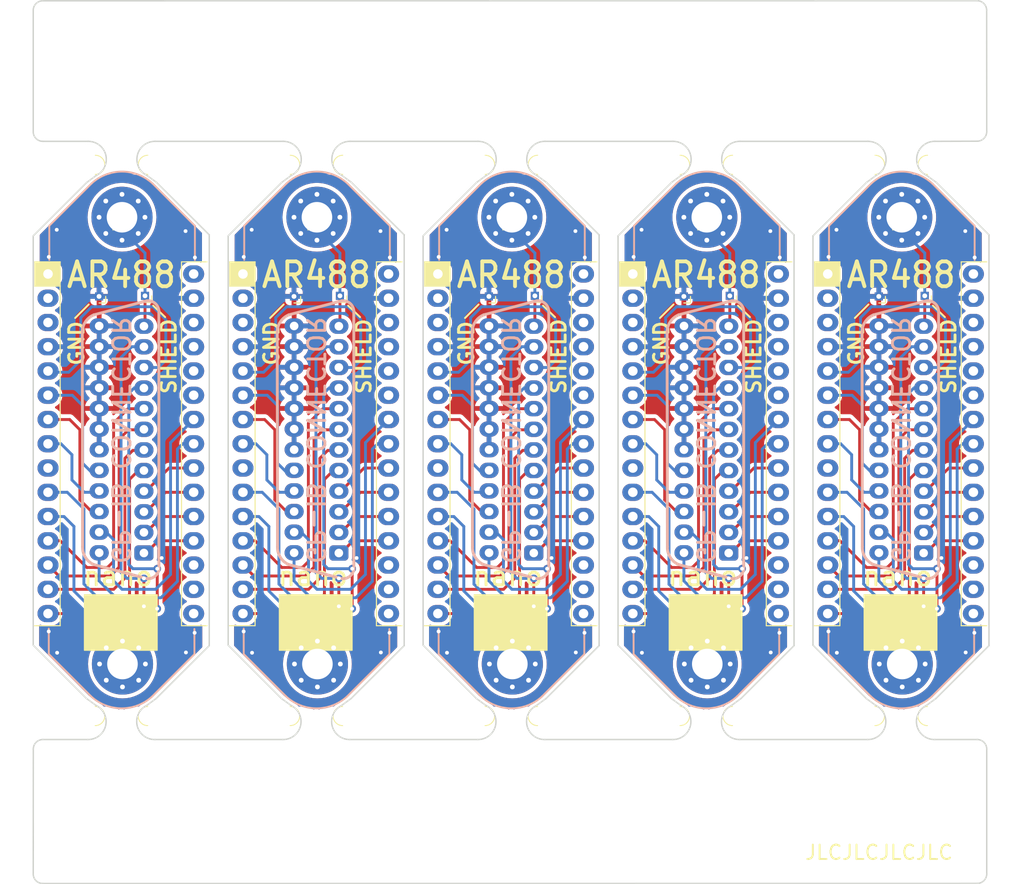
<source format=kicad_pcb>
(kicad_pcb (version 20211014) (generator pcbnew)
  (layers (0 "F.Cu" signal) (31 "B.Cu" signal) (34 "B.Paste" user) (35 "F.Paste" user) (36 "B.SilkS" user "B.Silkscreen") (37 "F.SilkS" user "F.Silkscreen") (38 "B.Mask" user) (39 "F.Mask" user) (44 "Edge.Cuts" user))
  (net 0 "")
  (net 4 "GND")
  (net 5 "GPIB 10 - SRQ")
  (net 6 "GPIB 17 - REN")
  (net 7 "GPIB 15 - DIO7")
  (net 8 "GPIB 16 - DIO8")
  (net 10 "GPIB 11 - ATN")
  (net 11 "GPIB 9 - IFC")
  (net 12 "GPIB 8 - NDAC")
  (net 13 "GPIB 7 - NRFD")
  (net 14 "GPIB 6 - DAV")
  (net 15 "GPIB 5 - EOI")
  (net 18 "Net-(J1-Pad12)")
  (net 20 "GPIB 1 - DIO1")
  (net 21 "GPIB 2 - DIO2")
  (net 22 "GPIB 3 - DIO3")
  (net 23 "GPIB 4 - DIO4")
  (net 24 "GPIB 13 - GIO5")
  (net 25 "GPIB 14 - DIO6")
  (footprint "footprint:Arduino_Nano" (layer "F.Cu") (at 114.265 83.54)
    (fp_text reference "A1")
    (fp_text value "Arduino_Nano_v3.x")
  )
  (footprint "footprint:mouse-bite-single-side_curve" (layer "F.Cu") (at 102.31 72.110441 180)
    (fp_text reference "mouse-bite-2mm-slot" hide)
    (fp_text value "VAL**" hide)
  )
  (footprint "footprint:PinHeader_1x01_P1.00mm_Vertical" (layer "F.Cu") (at 104.015439 85.829447 180)
    (fp_text reference "J3" hide)
    (fp_text value "SHIELD")
  )
  (footprint "footprint:PinHeader_1x01_P1.00mm_Vertical" (layer "F.Cu") (at 78.805439 85.889447 180)
    (fp_text reference "J2" hide)
    (fp_text value "GND")
  )
  (footprint "footprint:Centronics24p" (layer "F.Cu") (at 141.97 100.86 90)
    (fp_text reference "J1" hide)
    (fp_text value "Conn_02x12_Top_Bottom")
  )
  (footprint "footprint:PinHeader_1x01_P1.00mm_Vertical" (layer "F.Cu") (at 99.205439 85.889447 180)
    (fp_text reference "J2" hide)
    (fp_text value "GND")
  )
  (footprint "MountingHole:MountingHole_3.2mm_M3_Pad_Via" (layer "F.Cu") (at 101.607 77.602)
    (fp_text reference "REF**" hide)
    (fp_text value "MountingHole_3.2mm_M3_Pad_Via")
  )
  (footprint "footprint:mouse-bite-single-side_curve" (layer "F.Cu") (at 143.11 72.110441 180)
    (fp_text reference "mouse-bite-2mm-slot" hide)
    (fp_text value "VAL**" hide)
  )
  (footprint "footprint:Arduino_Nano" (layer "F.Cu") (at 155.065 83.54)
    (fp_text reference "A1")
    (fp_text value "Arduino_Nano_v3.x")
  )
  (footprint "MountingHole:MountingHole_3.2mm_M3_Pad_Via" (layer "F.Cu") (at 142.457 124.382)
    (fp_text reference "REF**" hide)
    (fp_text value "MountingHole_3.2mm_M3_Pad_Via")
  )
  (footprint "MountingHole:MountingHole_3.2mm_M3_Pad_Via" (layer "F.Cu") (at 162.857 124.382)
    (fp_text reference "REF**" hide)
    (fp_text value "MountingHole_3.2mm_M3_Pad_Via")
  )
  (footprint "footprint:PinHeader_1x01_P1.00mm_Vertical" (layer "F.Cu") (at 165.215439 85.829447 180)
    (fp_text reference "J3" hide)
    (fp_text value "SHIELD")
  )
  (footprint "footprint:PinHeader_1x01_P1.00mm_Vertical" (layer "F.Cu") (at 124.415439 85.829447 180)
    (fp_text reference "J3" hide)
    (fp_text value "SHIELD")
  )
  (footprint "MountingHole:MountingHole_3.2mm_M3_Pad_Via" (layer "F.Cu") (at 122.007 77.602)
    (fp_text reference "REF**" hide)
    (fp_text value "MountingHole_3.2mm_M3_Pad_Via")
  )
  (footprint "footprint:mouse-bite-single-side_curve" (layer "F.Cu") (at 141.6 129.83153)
    (fp_text reference "mouse-bite-2mm-slot" hide)
    (fp_text value "VAL**" hide)
  )
  (footprint "footprint:PinHeader_1x01_P1.00mm_Vertical" (layer "F.Cu") (at 119.605439 85.889447 180)
    (fp_text reference "J2" hide)
    (fp_text value "GND")
  )
  (footprint "footprint:Arduino_Nano" (layer "F.Cu") (at 73.465 83.54)
    (fp_text reference "A1")
    (fp_text value "Arduino_Nano_v3.x")
  )
  (footprint "footprint:mouse-bite-single-side_curve" (layer "F.Cu") (at 122.71 72.110441 180)
    (fp_text reference "mouse-bite-2mm-slot" hide)
    (fp_text value "VAL**" hide)
  )
  (footprint "footprint:mouse-bite-single-side_curve" (layer "F.Cu") (at 81.91 72.110441 180)
    (fp_text reference "mouse-bite-2mm-slot" hide)
    (fp_text value "VAL**" hide)
  )
  (footprint "MountingHole:MountingHole_3.2mm_M3_Pad_Via" (layer "F.Cu") (at 142.407 77.602)
    (fp_text reference "REF**" hide)
    (fp_text value "MountingHole_3.2mm_M3_Pad_Via")
  )
  (footprint "MountingHole:MountingHole_3.2mm_M3_Pad_Via" (layer "F.Cu") (at 122.057 124.382)
    (fp_text reference "REF**" hide)
    (fp_text value "MountingHole_3.2mm_M3_Pad_Via")
  )
  (footprint "MountingHole:MountingHole_3.2mm_M3_Pad_Via" (layer "F.Cu") (at 81.207 77.602)
    (fp_text reference "REF**" hide)
    (fp_text value "MountingHole_3.2mm_M3_Pad_Via")
  )
  (footprint "footprint:PinHeader_1x01_P1.00mm_Vertical" (layer "F.Cu") (at 140.005439 85.889447 180)
    (fp_text reference "J2" hide)
    (fp_text value "GND")
  )
  (footprint "footprint:Centronics24p" (layer "F.Cu") (at 162.37 100.86 90)
    (fp_text reference "J1" hide)
    (fp_text value "Conn_02x12_Top_Bottom")
  )
  (footprint "footprint:Arduino_Nano" (layer "F.Cu") (at 93.865 83.54)
    (fp_text reference "A1")
    (fp_text value "Arduino_Nano_v3.x")
  )
  (footprint "MountingHole:MountingHole_3.2mm_M3_Pad_Via" (layer "F.Cu") (at 81.257 124.382)
    (fp_text reference "REF**" hide)
    (fp_text value "MountingHole_3.2mm_M3_Pad_Via")
  )
  (footprint "footprint:mouse-bite-single-side_curve" (layer "F.Cu") (at 162 129.83153)
    (fp_text reference "mouse-bite-2mm-slot" hide)
    (fp_text value "VAL**" hide)
  )
  (footprint "footprint:Arduino_Nano" (layer "F.Cu") (at 134.665 83.54)
    (fp_text reference "A1")
    (fp_text value "Arduino_Nano_v3.x")
  )
  (footprint "footprint:mouse-bite-single-side_curve" (layer "F.Cu") (at 121.2 129.83153)
    (fp_text reference "mouse-bite-2mm-slot" hide)
    (fp_text value "VAL**" hide)
  )
  (footprint "footprint:mouse-bite-single-side_curve" (layer "F.Cu") (at 100.8 129.83153)
    (fp_text reference "mouse-bite-2mm-slot" hide)
    (fp_text value "VAL**" hide)
  )
  (footprint "footprint:Centronics24p" (layer "F.Cu") (at 80.77 100.86 90)
    (fp_text reference "J1" hide)
    (fp_text value "Conn_02x12_Top_Bottom")
  )
  (footprint "MountingHole:MountingHole_3.2mm_M3_Pad_Via" (layer "F.Cu") (at 101.657 124.382)
    (fp_text reference "REF**" hide)
    (fp_text value "MountingHole_3.2mm_M3_Pad_Via")
  )
  (footprint "footprint:PinHeader_1x01_P1.00mm_Vertical" (layer "F.Cu") (at 83.615439 85.829447 180)
    (fp_text reference "J3" hide)
    (fp_text value "SHIELD")
  )
  (footprint "footprint:mouse-bite-single-side_curve" (layer "F.Cu") (at 80.4 129.83153)
    (fp_text reference "mouse-bite-2mm-slot" hide)
    (fp_text value "VAL**" hide)
  )
  (footprint "footprint:PinHeader_1x01_P1.00mm_Vertical" (layer "F.Cu") (at 160.405439 85.889447 180)
    (fp_text reference "J2" hide)
    (fp_text value "GND")
  )
  (footprint "MountingHole:MountingHole_3.2mm_M3_Pad_Via" (layer "F.Cu") (at 162.807 77.602)
    (fp_text reference "REF**" hide)
    (fp_text value "MountingHole_3.2mm_M3_Pad_Via")
  )
  (footprint "footprint:PinHeader_1x01_P1.00mm_Vertical" (layer "F.Cu") (at 144.815439 85.829447 180)
    (fp_text reference "J3" hide)
    (fp_text value "SHIELD")
  )
  (footprint "footprint:mouse-bite-single-side_curve" (layer "F.Cu") (at 163.51 72.110441 180)
    (fp_text reference "mouse-bite-2mm-slot" hide)
    (fp_text value "VAL**" hide)
  )
  (footprint "footprint:Centronics24p" (layer "F.Cu") (at 121.57 100.86 90)
    (fp_text reference "J1" hide)
    (fp_text value "Conn_02x12_Top_Bottom")
  )
  (footprint "footprint:Centronics24p" (layer "F.Cu") (at 101.17 100.86 90)
    (fp_text reference "J1" hide)
    (fp_text value "Conn_02x12_Top_Bottom")
  )
  (gr_arc (start 165.967 127.7707) (mid 162.764449 129.019877) (end 159.567 127.7577) (layer "B.SilkS") (width 0.2))
  (gr_line (start 170.382131 120.718251) (end 170.387 123.325) (layer "B.SilkS") (width 0.2))
  (gr_line (start 129.587 123.3507) (end 125.167 127.7707) (layer "B.SilkS") (width 0.2))
  (gr_line (start 114.347 123.312) (end 114.342772 120.677891) (layer "B.SilkS") (width 0.2))
  (gr_line (start 170.387 123.3507) (end 165.967 127.7707) (layer "B.SilkS") (width 0.2))
  (gr_arc (start 159.617 74.072) (mid 162.819551 72.822823) (end 166.017 74.085) (layer "B.SilkS") (width 0.2))
  (gr_line (start 73.597 82.062) (end 73.597 78.5177) (layer "B.SilkS") (width 0.2))
  (gr_arc (start 84.367 127.7707) (mid 81.164449 129.019877) (end 77.967 127.7577) (layer "B.SilkS") (width 0.2))
  (gr_arc (start 104.767 127.7707) (mid 101.564449 129.019877) (end 98.367 127.7577) (layer "B.SilkS") (width 0.2))
  (gr_line (start 114.397 78.492) (end 118.817 74.072) (layer "B.SilkS") (width 0.2))
  (gr_line (start 109.187 123.3507) (end 104.767 127.7707) (layer "B.SilkS") (width 0.2))
  (gr_line (start 93.947 123.312) (end 93.942772 120.677891) (layer "B.SilkS") (width 0.2))
  (gr_line (start 150.037 78.5307) (end 150.037 82.075) (layer "B.SilkS") (width 0.2))
  (gr_line (start 109.182131 120.718251) (end 109.187 123.325) (layer "B.SilkS") (width 0.2))
  (gr_line (start 88.837 78.5307) (end 88.837 82.075) (layer "B.SilkS") (width 0.2))
  (gr_arc (start 145.567 127.7707) (mid 142.364449 129.019877) (end 139.167 127.7577) (layer "B.SilkS") (width 0.2))
  (gr_line (start 98.367 127.7577) (end 93.947 123.3377) (layer "B.SilkS") (width 0.2))
  (gr_line (start 166.017 74.085) (end 170.437 78.505) (layer "B.SilkS") (width 0.2))
  (gr_line (start 155.197 82.062) (end 155.197 78.5177) (layer "B.SilkS") (width 0.2))
  (gr_arc (start 78.017 74.072) (mid 81.219551 72.822823) (end 84.417 74.085) (layer "B.SilkS") (width 0.2))
  (gr_arc (start 98.417 74.072) (mid 101.619551 72.822823) (end 104.817 74.085) (layer "B.SilkS") (width 0.2))
  (gr_line (start 129.582131 120.718251) (end 129.587 123.325) (layer "B.SilkS") (width 0.2))
  (gr_arc (start 125.167 127.7707) (mid 121.964449 129.019877) (end 118.767 127.7577) (layer "B.SilkS") (width 0.2))
  (gr_line (start 73.597 78.492) (end 78.017 74.072) (layer "B.SilkS") (width 0.2))
  (gr_line (start 159.567 127.7577) (end 155.147 123.3377) (layer "B.SilkS") (width 0.2))
  (gr_line (start 155.147 123.312) (end 155.142772 120.677891) (layer "B.SilkS") (width 0.2))
  (gr_line (start 109.237 78.5307) (end 109.237 82.075) (layer "B.SilkS") (width 0.2))
  (gr_line (start 88.782131 120.718251) (end 88.787 123.325) (layer "B.SilkS") (width 0.2))
  (gr_line (start 93.997 78.492) (end 98.417 74.072) (layer "B.SilkS") (width 0.2))
  (gr_line (start 114.397 82.062) (end 114.397 78.5177) (layer "B.SilkS") (width 0.2))
  (gr_line (start 104.817 74.085) (end 109.237 78.505) (layer "B.SilkS") (width 0.2))
  (gr_line (start 88.787 123.3507) (end 84.367 127.7707) (layer "B.SilkS") (width 0.2))
  (gr_line (start 84.417 74.085) (end 88.837 78.505) (layer "B.SilkS") (width 0.2))
  (gr_line (start 125.217 74.085) (end 129.637 78.505) (layer "B.SilkS") (width 0.2))
  (gr_line (start 134.797 82.062) (end 134.797 78.5177) (layer "B.SilkS") (width 0.2))
  (gr_line (start 170.437 78.5307) (end 170.437 82.075) (layer "B.SilkS") (width 0.2))
  (gr_line (start 118.767 127.7577) (end 114.347 123.3377) (layer "B.SilkS") (width 0.2))
  (gr_line (start 129.637 78.5307) (end 129.637 82.075) (layer "B.SilkS") (width 0.2))
  (gr_line (start 145.617 74.085) (end 150.037 78.505) (layer "B.SilkS") (width 0.2))
  (gr_line (start 93.997 82.062) (end 93.997 78.5177) (layer "B.SilkS") (width 0.2))
  (gr_line (start 155.197 78.492) (end 159.617 74.072) (layer "B.SilkS") (width 0.2))
  (gr_line (start 134.797 78.492) (end 139.217 74.072) (layer "B.SilkS") (width 0.2))
  (gr_arc (start 118.817 74.072) (mid 122.019551 72.822823) (end 125.217 74.085) (layer "B.SilkS") (width 0.2))
  (gr_line (start 139.167 127.7577) (end 134.747 123.3377) (layer "B.SilkS") (width 0.2))
  (gr_line (start 149.982131 120.718251) (end 149.987 123.325) (layer "B.SilkS") (width 0.2))
  (gr_line (start 134.747 123.312) (end 134.742772 120.677891) (layer "B.SilkS") (width 0.2))
  (gr_line (start 73.547 123.312) (end 73.542772 120.677891) (layer "B.SilkS") (width 0.2))
  (gr_line (start 77.967 127.7577) (end 73.547 123.3377) (layer "B.SilkS") (width 0.2))
  (gr_arc (start 139.217 74.072) (mid 142.419551 72.822823) (end 145.617 74.085) (layer "B.SilkS") (width 0.2))
  (gr_line (start 149.987 123.3507) (end 145.567 127.7707) (layer "B.SilkS") (width 0.2))
  (gr_line (start 137.505439 88.149447) (end 138.925439 86.729447) (layer "F.SilkS") (width 0.15))
  (gr_line (start 98.125439 86.729447) (end 96.705439 88.149447) (layer "F.SilkS") (width 0.2))
  (gr_line (start 77.725439 86.729447) (end 76.305439 88.149447) (layer "F.SilkS") (width 0.2))
  (gr_line (start 96.705439 88.149447) (end 98.125439 86.729447) (layer "F.SilkS") (width 0.15))
  (gr_line (start 117.105439 88.149447) (end 118.525439 86.729447) (layer "F.SilkS") (width 0.15))
  (gr_line (start 125.265439 86.849447) (end 126.525439 88.059447) (layer "F.SilkS") (width 0.2))
  (gr_line (start 76.305439 88.149447) (end 77.725439 86.729447) (layer "F.SilkS") (width 0.15))
  (gr_line (start 159.325439 86.729447) (end 157.905439 88.149447) (layer "F.SilkS") (width 0.2))
  (gr_line (start 104.865439 86.849447) (end 106.125439 88.059447) (layer "F.SilkS") (width 0.2))
  (gr_line (start 138.925439 86.729447) (end 137.505439 88.149447) (layer "F.SilkS") (width 0.2))
  (gr_line (start 166.065439 86.849447) (end 167.325439 88.059447) (layer "F.SilkS") (width 0.2))
  (gr_line (start 157.905439 88.149447) (end 159.325439 86.729447) (layer "F.SilkS") (width 0.15))
  (gr_line (start 84.465439 86.849447) (end 85.725439 88.059447) (layer "F.SilkS") (width 0.2))
  (gr_line (start 145.665439 86.849447) (end 146.925439 88.059447) (layer "F.SilkS") (width 0.2))
  (gr_line (start 118.525439 86.729447) (end 117.105439 88.149447) (layer "F.SilkS") (width 0.2))
  (gr_arc (start 139.71 128.73) (mid 140.687291 130.860342) (end 138.83 132.29) (layer "Edge.Cuts") (width 0.15))
  (gr_line (start 146.020074 73.94803) (end 151.537 79.442) (layer "Edge.Cuts") (width 0.15))
  (gr_line (start 159.089926 127.993941) (end 153.517 122.410549) (layer "Edge.Cuts") (width 0.15))
  (gr_arc (start 71.927107 133.287107) (mid 72.22 132.58) (end 72.927107 132.287107) (layer "Edge.Cuts") (width 0.15))
  (gr_line (start 97.925926 73.94803) (end 92.317 79.552) (layer "Edge.Cuts") (width 0.15))
  (gr_arc (start 98.91 128.73) (mid 99.887291 130.860342) (end 98.03 132.29) (layer "Edge.Cuts") (width 0.15))
  (gr_line (start 72.917107 69.65) (end 77.652706 69.652313) (layer "Edge.Cuts") (width 0.15))
  (gr_line (start 145.984074 127.993941) (end 151.536803 122.454918) (layer "Edge.Cuts") (width 0.15))
  (gr_line (start 139.71 128.73) (end 138.689926 127.993941) (layer "Edge.Cuts") (width 0.15))
  (gr_arc (start 104.2 73.211971) (mid 103.222709 71.081629) (end 105.08 69.651971) (layer "Edge.Cuts") (width 0.15))
  (gr_line (start 83.8 73.211971) (end 84.820074 73.94803) (layer "Edge.Cuts") (width 0.15))
  (gr_line (start 71.917 122.410549) (end 71.917 79.552) (layer "Edge.Cuts") (width 0.15))
  (gr_line (start 125.584074 127.993941) (end 131.136803 122.454918) (layer "Edge.Cuts") (width 0.15))
  (gr_arc (start 170.692893 54.927107) (mid 171.4 55.22) (end 171.692893 55.927107) (layer "Edge.Cuts") (width 0.15))
  (gr_line (start 166.28 69.651971) (end 170.7 69.637107) (layer "Edge.Cuts") (width 0.15))
  (gr_line (start 125.620074 73.94803) (end 131.137 79.442) (layer "Edge.Cuts") (width 0.15))
  (gr_line (start 84.657294 132.289658) (end 98.03 132.29) (layer "Edge.Cuts") (width 0.15))
  (gr_arc (start 125.457294 132.289658) (mid 123.6 130.86) (end 124.577294 128.729658) (layer "Edge.Cuts") (width 0.15))
  (gr_line (start 138.689926 127.993941) (end 133.117 122.410549) (layer "Edge.Cuts") (width 0.15))
  (gr_line (start 153.517 122.410549) (end 153.517 79.552) (layer "Edge.Cuts") (width 0.15))
  (gr_line (start 166.384074 127.993941) (end 171.936803 122.454918) (layer "Edge.Cuts") (width 0.15))
  (gr_line (start 97.889926 127.993941) (end 92.317 122.410549) (layer "Edge.Cuts") (width 0.15))
  (gr_line (start 84.68 69.651971) (end 98.052706 69.652313) (layer "Edge.Cuts") (width 0.15))
  (gr_line (start 171.692893 55.927107) (end 171.7 68.637107) (layer "Edge.Cuts") (width 0.15))
  (gr_arc (start 171.7 68.637107) (mid 171.407107 69.344214) (end 170.7 69.637107) (layer "Edge.Cuts") (width 0.15))
  (gr_arc (start 124.6 73.211971) (mid 123.622709 71.081629) (end 125.48 69.651971) (layer "Edge.Cuts") (width 0.15))
  (gr_arc (start 98.052706 69.652313) (mid 99.91 71.081971) (end 98.932706 73.212313) (layer "Edge.Cuts") (width 0.15))
  (gr_arc (start 77.652706 69.652313) (mid 79.51 71.081971) (end 78.532706 73.212313) (layer "Edge.Cuts") (width 0.15))
  (gr_line (start 166.420074 73.94803) (end 171.937 79.442) (layer "Edge.Cuts") (width 0.15))
  (gr_line (start 139.732706 73.212313) (end 138.725926 73.94803) (layer "Edge.Cuts") (width 0.15))
  (gr_line (start 119.332706 73.212313) (end 118.325926 73.94803) (layer "Edge.Cuts") (width 0.15))
  (gr_line (start 124.577294 128.729658) (end 125.584074 127.993941) (layer "Edge.Cuts") (width 0.15))
  (gr_line (start 77.525926 73.94803) (end 71.917 79.552) (layer "Edge.Cuts") (width 0.15))
  (gr_line (start 78.532706 73.212313) (end 77.525926 73.94803) (layer "Edge.Cuts") (width 0.15))
  (gr_arc (start 72.917107 69.65) (mid 72.21 69.357107) (end 71.917107 68.65) (layer "Edge.Cuts") (width 0.15))
  (gr_line (start 84.784074 127.993941) (end 90.336803 122.454918) (layer "Edge.Cuts") (width 0.15))
  (gr_arc (start 160.11 128.73) (mid 161.087291 130.860342) (end 159.23 132.29) (layer "Edge.Cuts") (width 0.15))
  (gr_line (start 124.6 73.211971) (end 125.620074 73.94803) (layer "Edge.Cuts") (width 0.15))
  (gr_line (start 71.917107 55.937107) (end 71.917107 68.65) (layer "Edge.Cuts") (width 0.15))
  (gr_arc (start 170.702893 132.287107) (mid 171.41 132.58) (end 171.702893 133.287107) (layer "Edge.Cuts") (width 0.15))
  (gr_arc (start 166.257294 132.289658) (mid 164.4 130.86) (end 165.377294 128.729658) (layer "Edge.Cuts") (width 0.15))
  (gr_line (start 118.325926 73.94803) (end 112.717 79.552) (layer "Edge.Cuts") (width 0.15))
  (gr_arc (start 145 73.211971) (mid 144.022709 71.081629) (end 145.88 69.651971) (layer "Edge.Cuts") (width 0.15))
  (gr_line (start 145.857294 132.289658) (end 159.23 132.29) (layer "Edge.Cuts") (width 0.15))
  (gr_arc (start 159.252706 69.652313) (mid 161.11 71.081971) (end 160.132706 73.212313) (layer "Edge.Cuts") (width 0.15))
  (gr_line (start 118.289926 127.993941) (end 112.717 122.410549) (layer "Edge.Cuts") (width 0.15))
  (gr_line (start 98.91 128.73) (end 97.889926 127.993941) (layer "Edge.Cuts") (width 0.15))
  (gr_line (start 77.489926 127.993941) (end 71.917 122.410549) (layer "Edge.Cuts") (width 0.15))
  (gr_line (start 138.725926 73.94803) (end 133.117 79.552) (layer "Edge.Cuts") (width 0.15))
  (gr_line (start 104.2 73.211971) (end 105.220074 73.94803) (layer "Edge.Cuts") (width 0.15))
  (gr_line (start 125.48 69.651971) (end 138.852706 69.652313) (layer "Edge.Cuts") (width 0.15))
  (gr_line (start 90.336803 122.454918) (end 90.337 79.442) (layer "Edge.Cuts") (width 0.15))
  (gr_line (start 145 73.211971) (end 146.020074 73.94803) (layer "Edge.Cuts") (width 0.15))
  (gr_line (start 78.51 128.73) (end 77.489926 127.993941) (layer "Edge.Cuts") (width 0.15))
  (gr_arc (start 171.702893 146.352893) (mid 171.41 147.06) (end 170.702893 147.352893) (layer "Edge.Cuts") (width 0.15))
  (gr_line (start 92.317 122.410549) (end 92.317 79.552) (layer "Edge.Cuts") (width 0.15))
  (gr_line (start 105.220074 73.94803) (end 110.737 79.442) (layer "Edge.Cuts") (width 0.15))
  (gr_line (start 151.536803 122.454918) (end 151.537 79.442) (layer "Edge.Cuts") (width 0.15))
  (gr_arc (start 84.657294 132.289658) (mid 82.8 130.86) (end 83.777294 128.729658) (layer "Edge.Cuts") (width 0.15))
  (gr_line (start 160.11 128.73) (end 159.089926 127.993941) (layer "Edge.Cuts") (width 0.15))
  (gr_line (start 83.777294 128.729658) (end 84.784074 127.993941) (layer "Edge.Cuts") (width 0.15))
  (gr_line (start 105.08 69.651971) (end 118.452706 69.652313) (layer "Edge.Cuts") (width 0.15))
  (gr_line (start 159.125926 73.94803) (end 153.517 79.552) (layer "Edge.Cuts") (width 0.15))
  (gr_line (start 133.117 122.410549) (end 133.117 79.552) (layer "Edge.Cuts") (width 0.15))
  (gr_line (start 105.057294 132.289658) (end 118.43 132.29) (layer "Edge.Cuts") (width 0.15))
  (gr_arc (start 145.857294 132.289658) (mid 144 130.86) (end 144.977294 128.729658) (layer "Edge.Cuts") (width 0.15))
  (gr_line (start 171.936803 122.454918) (end 171.937 79.442) (layer "Edge.Cuts") (width 0.15))
  (gr_line (start 160.132706 73.212313) (end 159.125926 73.94803) (layer "Edge.Cuts") (width 0.15))
  (gr_arc (start 165.4 73.211971) (mid 164.422709 71.081629) (end 166.28 69.651971) (layer "Edge.Cuts") (width 0.15))
  (gr_arc (start 118.452706 69.652313) (mid 120.31 71.081971) (end 119.332706 73.212313) (layer "Edge.Cuts") (width 0.15))
  (gr_line (start 105.184074 127.993941) (end 110.736803 122.454918) (layer "Edge.Cuts") (width 0.15))
  (gr_line (start 171.702893 133.287107) (end 171.702893 146.352893) (layer "Edge.Cuts") (width 0.15))
  (gr_line (start 84.820074 73.94803) (end 90.337 79.442) (layer "Edge.Cuts") (width 0.15))
  (gr_line (start 125.457294 132.289658) (end 138.83 132.29) (layer "Edge.Cuts") (width 0.15))
  (gr_line (start 104.177294 128.729658) (end 105.184074 127.993941) (layer "Edge.Cuts") (width 0.15))
  (gr_arc (start 83.8 73.211971) (mid 82.822709 71.081629) (end 84.68 69.651971) (layer "Edge.Cuts") (width 0.15))
  (gr_line (start 165.4 73.211971) (end 166.420074 73.94803) (layer "Edge.Cuts") (width 0.15))
  (gr_line (start 145.88 69.651971) (end 159.252706 69.652313) (layer "Edge.Cuts") (width 0.15))
  (gr_arc (start 71.917107 55.937107) (mid 72.21 55.23) (end 72.917107 54.937107) (layer "Edge.Cuts") (width 0.15))
  (gr_line (start 72.917107 147.362893) (end 170.702893 147.352893) (layer "Edge.Cuts") (width 0.15))
  (gr_line (start 112.717 122.410549) (end 112.717 79.552) (layer "Edge.Cuts") (width 0.15))
  (gr_arc (start 119.31 128.73) (mid 120.287291 130.860342) (end 118.43 132.29) (layer "Edge.Cuts") (width 0.15))
  (gr_line (start 72.927107 132.287107) (end 77.63 132.29) (layer "Edge.Cuts") (width 0.15))
  (gr_line (start 166.257294 132.289658) (end 170.702893 132.287107) (layer "Edge.Cuts") (width 0.15))
  (gr_arc (start 72.917107 147.362893) (mid 72.21 147.07) (end 71.917107 146.362893) (layer "Edge.Cuts") (width 0.15))
  (gr_line (start 72.917107 54.937107) (end 170.692893 54.927107) (layer "Edge.Cuts") (width 0.15))
  (gr_arc (start 138.852706 69.652313) (mid 140.71 71.081971) (end 139.732706 73.212313) (layer "Edge.Cuts") (width 0.15))
  (gr_arc (start 105.057294 132.289658) (mid 103.2 130.86) (end 104.177294 128.729658) (layer "Edge.Cuts") (width 0.15))
  (gr_line (start 98.932706 73.212313) (end 97.925926 73.94803) (layer "Edge.Cuts") (width 0.15))
  (gr_line (start 131.136803 122.454918) (end 131.137 79.442) (layer "Edge.Cuts") (width 0.15))
  (gr_line (start 71.927107 133.287107) (end 71.917107 146.362893) (layer "Edge.Cuts") (width 0.15))
  (gr_line (start 119.31 128.73) (end 118.289926 127.993941) (layer "Edge.Cuts") (width 0.15))
  (gr_line (start 110.736803 122.454918) (end 110.737 79.442) (layer "Edge.Cuts") (width 0.15))
  (gr_line (start 144.977294 128.729658) (end 145.984074 127.993941) (layer "Edge.Cuts") (width 0.15))
  (gr_line (start 165.377294 128.729658) (end 166.384074 127.993941) (layer "Edge.Cuts") (width 0.15))
  (gr_arc (start 78.51 128.73) (mid 79.487291 130.860342) (end 77.63 132.29) (layer "Edge.Cuts") (width 0.15))
  (gr_text "nano" (at 80.787 115.187) (layer "F.SilkS") (effects (font (size 2 2) (thickness 0.3))))
  (gr_text "nano" (at 162.387 115.187) (layer "F.SilkS") (effects (font (size 2 2) (thickness 0.3))))
  (gr_text "GND" (at 158.045439 90.799447 90) (layer "F.SilkS") (effects (font (size 1.5 1.5) (thickness 0.3))))
  (gr_text "JLCJLCJLCJLC" (at 160.43 144.11) (layer "F.SilkS") (effects (font (size 1.5 1.5) (thickness 0.2))))
  (gr_text "AR488" (at 101.535439 83.639447) (layer "F.SilkS") (effects (font (size 2.6 2.4) (thickness 0.4))))
  (gr_text "GND" (at 96.845439 90.799447 90) (layer "F.SilkS") (effects (font (size 1.5 1.5) (thickness 0.3))))
  (gr_text "SHIELD" (at 167.705439 92.169447 90) (layer "F.SilkS") (effects (font (size 1.5 1.5) (thickness 0.3))))
  (gr_text "AR488" (at 142.335439 83.639447) (layer "F.SilkS") (effects (font (size 2.6 2.4) (thickness 0.4))))
  (gr_text "SHIELD" (at 147.305439 92.169447 90) (layer "F.SilkS") (effects (font (size 1.5 1.5) (thickness 0.3))))
  (gr_text "AR488" (at 121.935439 83.639447) (layer "F.SilkS") (effects (font (size 2.6 2.4) (thickness 0.4))))
  (gr_text "GND" (at 117.245439 90.799447 90) (layer "F.SilkS") (effects (font (size 1.5 1.5) (thickness 0.3))))
  (gr_text "nano" (at 141.987 115.187) (layer "F.SilkS") (effects (font (size 2 2) (thickness 0.3))))
  (gr_text "SHIELD" (at 106.505439 92.169447 90) (layer "F.SilkS") (effects (font (size 1.5 1.5) (thickness 0.3))))
  (gr_text "GND" (at 137.645439 90.799447 90) (layer "F.SilkS") (effects (font (size 1.5 1.5) (thickness 0.3))))
  (gr_text "AR488" (at 81.135439 83.639447) (layer "F.SilkS") (effects (font (size 2.6 2.4) (thickness 0.4))))
  (gr_text "SHIELD" (at 86.105439 92.169447 90) (layer "F.SilkS") (effects (font (size 1.5 1.5) (thickness 0.3))))
  (gr_text "nano" (at 101.187 115.187) (layer "F.SilkS") (effects (font (size 2 2) (thickness 0.3))))
  (gr_text "SHIELD" (at 126.905439 92.169447 90) (layer "F.SilkS") (effects (font (size 1.5 1.5) (thickness 0.3))))
  (gr_text "GND" (at 76.445439 90.799447 90) (layer "F.SilkS") (effects (font (size 1.5 1.5) (thickness 0.3))))
  (gr_text "AR488" (at 162.735439 83.639447) (layer "F.SilkS") (effects (font (size 2.6 2.4) (thickness 0.4))))
  (gr_text "nano" (at 121.587 115.187) (layer "F.SilkS") (effects (font (size 2 2) (thickness 0.3))))
  (segment (start 160.399 91.16) (end 160.4117 91.1727) (width 0.3) (layer "F.Cu") (net 4))
  (segment (start 119.6117 85.835708) (end 119.585439 85.809447) (width 0.3) (layer "F.Cu") (net 4))
  (segment (start 160.4117 91.1727) (end 160.4117 101.8407) (width 0.3) (layer "F.Cu") (net 4))
  (segment (start 140.0117 91.1727) (end 140.0117 101.8407) (width 0.3) (layer "F.Cu") (net 4))
  (segment (start 78.8117 101.8407) (end 78.799 101.828) (width 0.3) (layer "F.Cu") (net 4))
  (segment (start 99.2117 101.8407) (end 99.199 101.828) (width 0.3) (layer "F.Cu") (net 4))
  (segment (start 78.8117 85.835708) (end 78.785439 85.809447) (width 0.3) (layer "F.Cu") (net 4))
  (segment (start 99.2117 85.835708) (end 99.185439 85.809447) (width 0.3) (layer "F.Cu") (net 4))
  (segment (start 140.0117 101.8407) (end 139.999 101.828) (width 0.3) (layer "F.Cu") (net 4))
  (segment (start 119.599 91.16) (end 119.6117 91.1727) (width 0.3) (layer "F.Cu") (net 4))
  (segment (start 160.4117 101.8407) (end 160.399 101.828) (width 0.3) (layer "F.Cu") (net 4))
  (segment (start 99.2117 91.1727) (end 99.2117 101.8407) (width 0.3) (layer "F.Cu") (net 4))
  (segment (start 99.199 91.16) (end 99.2117 91.1727) (width 0.3) (layer "F.Cu") (net 4))
  (segment (start 160.4117 85.835708) (end 160.385439 85.809447) (width 0.3) (layer "F.Cu") (net 4))
  (segment (start 119.6117 101.8407) (end 119.599 101.828) (width 0.3) (layer "F.Cu") (net 4))
  (segment (start 140.0117 85.835708) (end 139.985439 85.809447) (width 0.3) (layer "F.Cu") (net 4))
  (segment (start 119.6117 91.1727) (end 119.6117 101.8407) (width 0.3) (layer "F.Cu") (net 4))
  (segment (start 78.799 91.16) (end 78.8117 91.1727) (width 0.3) (layer "F.Cu") (net 4))
  (segment (start 139.999 91.16) (end 140.0117 91.1727) (width 0.3) (layer "F.Cu") (net 4))
  (segment (start 78.8117 91.1727) (end 78.8117 101.8407) (width 0.3) (layer "F.Cu") (net 4))
  (via (at 134.747 81.752) (size 0.8) (drill 0.4) (layers "F.Cu" "B.Cu") (net 4))
  (via (at 94.777 78.912) (size 0.8) (drill 0.4) (layers "F.Cu" "B.Cu") (net 4))
  (via (at 156.017 123.202) (size 0.8) (drill 0.4) (layers "F.Cu" "B.Cu") (net 4))
  (via (at 155.137 120.972) (size 0.8) (drill 0.4) (layers "F.Cu" "B.Cu") (net 4))
  (via (at 134.737 120.972) (size 0.8) (drill 0.4) (layers "F.Cu" "B.Cu") (net 4))
  (via (at 85.357 113.282) (size 0.8) (drill 0.4) (layers "F.Cu" "B.Cu") (net 4))
  (via (at 126.157 113.282) (size 0.8) (drill 0.4) (layers "F.Cu" "B.Cu") (net 4))
  (via (at 93.947 81.752) (size 0.8) (drill 0.4) (layers "F.Cu" "B.Cu") (net 4))
  (via (at 114.347 81.752) (size 0.8) (drill 0.4) (layers "F.Cu" "B.Cu") (net 4))
  (via (at 169.457 79.052) (size 0.8) (drill 0.4) (layers "F.Cu" "B.Cu") (net 4))
  (via (at 149.057 79.052) (size 0.8) (drill 0.4) (layers "F.Cu" "B.Cu") (net 4))
  (via (at 166.957 113.282) (size 0.8) (drill 0.4) (layers "F.Cu" "B.Cu") (net 4))
  (via (at 169.497 123.172) (size 0.8) (drill 0.4) (layers "F.Cu" "B.Cu") (net 4))
  (via (at 129.637 81.812) (size 0.8) (drill 0.4) (layers "F.Cu" "B.Cu") (net 4))
  (via (at 150.007 121.112) (size 0.8) (drill 0.4) (layers "F.Cu" "B.Cu") (net 4))
  (via (at 128.657 79.052) (size 0.8) (drill 0.4) (layers "F.Cu" "B.Cu") (net 4))
  (via (at 109.237 81.812) (size 0.8) (drill 0.4) (layers "F.Cu" "B.Cu") (net 4))
  (via (at 115.177 78.912) (size 0.8) (drill 0.4) (layers "F.Cu" "B.Cu") (net 4))
  (via (at 129.607 121.112) (size 0.8) (drill 0.4) (layers "F.Cu" "B.Cu") (net 4))
  (via (at 170.407 121.112) (size 0.8) (drill 0.4) (layers "F.Cu" "B.Cu") (net 4))
  (via (at 135.617 123.202) (size 0.8) (drill 0.4) (layers "F.Cu" "B.Cu") (net 4))
  (via (at 114.337 120.972) (size 0.8) (drill 0.4) (layers "F.Cu" "B.Cu") (net 4))
  (via (at 74.377 78.912) (size 0.8) (drill 0.4) (layers "F.Cu" "B.Cu") (net 4))
  (via (at 108.297 123.172) (size 0.8) (drill 0.4) (layers "F.Cu" "B.Cu") (net 4))
  (via (at 73.537 120.972) (size 0.8) (drill 0.4) (layers "F.Cu" "B.Cu") (net 4))
  (via (at 88.837 81.812) (size 0.8) (drill 0.4) (layers "F.Cu" "B.Cu") (net 4))
  (via (at 155.977 78.912) (size 0.8) (drill 0.4) (layers "F.Cu" "B.Cu") (net 4))
  (via (at 94.817 123.202) (size 0.8) (drill 0.4) (layers "F.Cu" "B.Cu") (net 4))
  (via (at 146.557 113.282) (size 0.8) (drill 0.4) (layers "F.Cu" "B.Cu") (net 4))
  (via (at 105.757 113.282) (size 0.8) (drill 0.4) (layers "F.Cu" "B.Cu") (net 4))
  (via (at 88.807 121.112) (size 0.8) (drill 0.4) (layers "F.Cu" "B.Cu") (net 4))
  (via (at 87.857 79.052) (size 0.8) (drill 0.4) (layers "F.Cu" "B.Cu") (net 4))
  (via (at 128.697 123.172) (size 0.8) (drill 0.4) (layers "F.Cu" "B.Cu") (net 4))
  (via (at 93.937 120.972) (size 0.8) (drill 0.4) (layers "F.Cu" "B.Cu") (net 4))
  (via (at 108.257 79.052) (size 0.8) (drill 0.4) (layers "F.Cu" "B.Cu") (net 4))
  (via (at 115.217 123.202) (size 0.8) (drill 0.4) (layers "F.Cu" "B.Cu") (net 4))
  (via (at 150.037 81.812) (size 0.8) (drill 0.4) (layers "F.Cu" "B.Cu") (net 4))
  (via (at 109.207 121.112) (size 0.8) (drill 0.4) (layers "F.Cu" "B.Cu") (net 4))
  (via (at 73.547 81.752) (size 0.8) (drill 0.4) (layers "F.Cu" "B.Cu") (net 4))
  (via (at 149.097 123.172) (size 0.8) (drill 0.4) (layers "F.Cu" "B.Cu") (net 4))
  (via (at 135.577 78.912) (size 0.8) (drill 0.4) (layers "F.Cu" "B.Cu") (net 4))
  (via (at 74.417 123.202) (size 0.8) (drill 0.4) (layers "F.Cu" "B.Cu") (net 4))
  (via (at 170.437 81.812) (size 0.8) (drill 0.4) (layers "F.Cu" "B.Cu") (net 4))
  (via (at 155.147 81.752) (size 0.8) (drill 0.4) (layers "F.Cu" "B.Cu") (net 4))
  (via (at 87.897 123.172) (size 0.8) (drill 0.4) (layers "F.Cu" "B.Cu") (net 4))
  (segment (start 78.8117 102.0693) (end 78.799 102.082) (width 0.3) (layer "B.Cu") (net 4))
  (segment (start 119.6117 102.0693) (end 119.599 102.082) (width 0.3) (layer "B.Cu") (net 4))
  (segment (start 99.2117 102.0693) (end 99.199 102.082) (width 0.3) (layer "B.Cu") (net 4))
  (segment (start 160.4117 102.0693) (end 160.399 102.082) (width 0.3) (layer "B.Cu") (net 4))
  (segment (start 140.0117 102.0693) (end 139.999 102.082) (width 0.3) (layer "B.Cu") (net 4))
  (segment (start 140.0117 91.1727) (end 140.0117 102.0693) (width 0.3) (layer "B.Cu") (net 4))
  (segment (start 160.4117 91.1727) (end 160.4117 102.0693) (width 0.3) (layer "B.Cu") (net 4))
  (segment (start 99.2117 91.1727) (end 99.2117 102.0693) (width 0.3) (layer "B.Cu") (net 4))
  (segment (start 119.6117 91.1727) (end 119.6117 102.0693) (width 0.3) (layer "B.Cu") (net 4))
  (segment (start 78.8117 91.1727) (end 78.8117 102.0693) (width 0.3) (layer "B.Cu") (net 4))
  (segment (start 138.094 92.557) (end 136.824 93.827) (width 0.3) (layer "B.Cu") (net 5))
  (segment (start 76.894 88.112) (end 76.894 92.557) (width 0.3) (layer "B.Cu") (net 5))
  (segment (start 96.024 93.827) (end 93.865 93.827) (width 0.3) (layer "B.Cu") (net 5))
  (segment (start 84.449 86.969) (end 78.037 86.969) (width 0.3) (layer "B.Cu") (net 5))
  (segment (start 117.694 88.112) (end 117.694 92.557) (width 0.3) (layer "B.Cu") (net 5))
  (segment (start 117.694 92.557) (end 116.424 93.827) (width 0.3) (layer "B.Cu") (net 5))
  (segment (start 126.587 88.307) (end 125.249 86.969) (width 0.3) (layer "B.Cu") (net 5))
  (segment (start 97.294 92.557) (end 96.024 93.827) (width 0.3) (layer "B.Cu") (net 5))
  (segment (start 145.649 86.969) (end 139.237 86.969) (width 0.3) (layer "B.Cu") (net 5))
  (segment (start 126.587 92.567) (end 126.587 88.307) (width 0.3) (layer "B.Cu") (net 5))
  (segment (start 85.0223 93.3317) (end 85.787 92.567) (width 0.3) (layer "B.Cu") (net 5))
  (segment (start 165.2123 93.3317) (end 166.6223 93.3317) (width 0.3) (layer "B.Cu") (net 5))
  (segment (start 166.049 86.969) (end 159.637 86.969) (width 0.3) (layer "B.Cu") (net 5))
  (segment (start 116.424 93.827) (end 114.265 93.827) (width 0.3) (layer "B.Cu") (net 5))
  (segment (start 139.237 86.969) (end 138.094 88.112) (width 0.3) (layer "B.Cu") (net 5))
  (segment (start 138.094 88.112) (end 138.094 92.557) (width 0.3) (layer "B.Cu") (net 5))
  (segment (start 167.387 88.307) (end 166.049 86.969) (width 0.3) (layer "B.Cu") (net 5))
  (segment (start 106.187 92.567) (end 106.187 88.307) (width 0.3) (layer "B.Cu") (net 5))
  (segment (start 98.437 86.969) (end 97.294 88.112) (width 0.3) (layer "B.Cu") (net 5))
  (segment (start 146.987 88.307) (end 145.649 86.969) (width 0.3) (layer "B.Cu") (net 5))
  (segment (start 124.4123 93.3317) (end 125.8223 93.3317) (width 0.3) (layer "B.Cu") (net 5))
  (segment (start 78.037 86.969) (end 76.894 88.112) (width 0.3) (layer "B.Cu") (net 5))
  (segment (start 146.2223 93.3317) (end 146.987 92.567) (width 0.3) (layer "B.Cu") (net 5))
  (segment (start 166.6223 93.3317) (end 167.387 92.567) (width 0.3) (layer "B.Cu") (net 5))
  (segment (start 159.637 86.969) (end 158.494 88.112) (width 0.3) (layer "B.Cu") (net 5))
  (segment (start 158.494 88.112) (end 158.494 92.557) (width 0.3) (layer "B.Cu") (net 5))
  (segment (start 118.837 86.969) (end 117.694 88.112) (width 0.3) (layer "B.Cu") (net 5))
  (segment (start 76.894 92.557) (end 75.624 93.827) (width 0.3) (layer "B.Cu") (net 5))
  (segment (start 157.224 93.827) (end 155.065 93.827) (width 0.3) (layer "B.Cu") (net 5))
  (segment (start 106.187 88.307) (end 104.849 86.969) (width 0.3) (layer "B.Cu") (net 5))
  (segment (start 125.8223 93.3317) (end 126.587 92.567) (width 0.3) (layer "B.Cu") (net 5))
  (segment (start 97.294 88.112) (end 97.294 92.557) (width 0.3) (layer "B.Cu") (net 5))
  (segment (start 83.6123 93.3317) (end 85.0223 93.3317) (width 0.3) (layer "B.Cu") (net 5))
  (segment (start 125.249 86.969) (end 118.837 86.969) (width 0.3) (layer "B.Cu") (net 5))
  (segment (start 136.824 93.827) (end 134.665 93.827) (width 0.3) (layer "B.Cu") (net 5))
  (segment (start 146.987 92.567) (end 146.987 88.307) (width 0.3) (layer "B.Cu") (net 5))
  (segment (start 144.8123 93.3317) (end 146.2223 93.3317) (width 0.3) (layer "B.Cu") (net 5))
  (segment (start 85.787 92.567) (end 85.787 88.307) (width 0.3) (layer "B.Cu") (net 5))
  (segment (start 158.494 92.557) (end 157.224 93.827) (width 0.3) (layer "B.Cu") (net 5))
  (segment (start 104.849 86.969) (end 98.437 86.969) (width 0.3) (layer "B.Cu") (net 5))
  (segment (start 104.0123 93.3317) (end 105.4223 93.3317) (width 0.3) (layer "B.Cu") (net 5))
  (segment (start 85.787 88.307) (end 84.449 86.969) (width 0.3) (layer "B.Cu") (net 5))
  (segment (start 75.624 93.827) (end 73.465 93.827) (width 0.3) (layer "B.Cu") (net 5))
  (segment (start 105.4223 93.3317) (end 106.187 92.567) (width 0.3) (layer "B.Cu") (net 5))
  (segment (start 167.387 92.567) (end 167.387 88.307) (width 0.3) (layer "B.Cu") (net 5))
  (segment (start 96.405 96.24) (end 97.487 97.322) (width 0.3) (layer "B.Cu") (net 6))
  (segment (start 159.561 104.241) (end 160.399 104.241) (width 0.3) (layer "B.Cu") (net 6))
  (segment (start 137.205 96.24) (end 138.287 97.322) (width 0.3) (layer "B.Cu") (net 6))
  (segment (start 158.687 103.367) (end 159.561 104.241) (width 0.3) (layer "B.Cu") (net 6))
  (segment (start 117.887 97.322) (end 117.887 103.367) (width 0.3) (layer "B.Cu") (net 6))
  (segment (start 93.865 96.24) (end 96.405 96.24) (width 0.3) (layer "B.Cu") (net 6))
  (segment (start 138.287 97.322) (end 138.287 103.367) (width 0.3) (layer "B.Cu") (net 6))
  (segment (start 97.487 97.322) (end 97.487 103.367) (width 0.3) (layer "B.Cu") (net 6))
  (segment (start 77.961 104.241) (end 78.799 104.241) (width 0.3) (layer "B.Cu") (net 6))
  (segment (start 139.161 104.241) (end 139.999 104.241) (width 0.3) (layer "B.Cu") (net 6))
  (segment (start 114.265 96.24) (end 116.805 96.24) (width 0.3) (layer "B.Cu") (net 6))
  (segment (start 157.605 96.24) (end 158.687 97.322) (width 0.3) (layer "B.Cu") (net 6))
  (segment (start 118.761 104.241) (end 119.599 104.241) (width 0.3) (layer "B.Cu") (net 6))
  (segment (start 116.805 96.24) (end 117.887 97.322) (width 0.3) (layer "B.Cu") (net 6))
  (segment (start 117.887 103.367) (end 118.761 104.241) (width 0.3) (layer "B.Cu") (net 6))
  (segment (start 97.487 103.367) (end 98.361 104.241) (width 0.3) (layer "B.Cu") (net 6))
  (segment (start 76.005 96.24) (end 77.087 97.322) (width 0.3) (layer "B.Cu") (net 6))
  (segment (start 138.287 103.367) (end 139.161 104.241) (width 0.3) (layer "B.Cu") (net 6))
  (segment (start 134.665 96.24) (end 137.205 96.24) (width 0.3) (layer "B.Cu") (net 6))
  (segment (start 77.087 103.367) (end 77.961 104.241) (width 0.3) (layer "B.Cu") (net 6))
  (segment (start 98.361 104.241) (end 99.199 104.241) (width 0.3) (layer "B.Cu") (net 6))
  (segment (start 158.687 97.322) (end 158.687 103.367) (width 0.3) (layer "B.Cu") (net 6))
  (segment (start 155.065 96.24) (end 157.605 96.24) (width 0.3) (layer "B.Cu") (net 6))
  (segment (start 77.087 97.322) (end 77.087 103.367) (width 0.3) (layer "B.Cu") (net 6))
  (segment (start 73.465 96.24) (end 76.005 96.24) (width 0.3) (layer "B.Cu") (net 6))
  (segment (start 118.837 108.432) (end 119.599 108.432) (width 0.3) (layer "F.Cu") (net 7))
  (segment (start 158.397 99.847) (end 158.397 107.192) (width 0.3) (layer "F.Cu") (net 7))
  (segment (start 97.197 99.847) (end 97.197 107.192) (width 0.3) (layer "F.Cu") (net 7))
  (segment (start 116.53 98.78) (end 117.597 99.847) (width 0.3) (layer "F.Cu") (net 7))
  (segment (start 159.637 108.432) (end 160.399 108.432) (width 0.3) (layer "F.Cu") (net 7))
  (segment (start 155.065 98.78) (end 157.33 98.78) (width 0.3) (layer "F.Cu") (net 7))
  (segment (start 75.73 98.78) (end 76.797 99.847) (width 0.3) (layer "F.Cu") (net 7))
  (segment (start 117.597 99.847) (end 117.597 107.192) (width 0.3) (layer "F.Cu") (net 7))
  (segment (start 137.997 107.192) (end 139.237 108.432) (width 0.3) (layer "F.Cu") (net 7))
  (segment (start 157.33 98.78) (end 158.397 99.847) (width 0.3) (layer "F.Cu") (net 7))
  (segment (start 73.465 98.78) (end 75.73 98.78) (width 0.3) (layer "F.Cu") (net 7))
  (segment (start 117.597 107.192) (end 118.837 108.432) (width 0.3) (layer "F.Cu") (net 7))
  (segment (start 76.797 107.192) (end 78.037 108.432) (width 0.3) (layer "F.Cu") (net 7))
  (segment (start 137.997 99.847) (end 137.997 107.192) (width 0.3) (layer "F.Cu") (net 7))
  (segment (start 78.037 108.432) (end 78.799 108.432) (width 0.3) (layer "F.Cu") (net 7))
  (segment (start 158.397 107.192) (end 159.637 108.432) (width 0.3) (layer "F.Cu") (net 7))
  (segment (start 76.797 99.847) (end 76.797 107.192) (width 0.3) (layer "F.Cu") (net 7))
  (segment (start 114.265 98.78) (end 116.53 98.78) (width 0.3) (layer "F.Cu") (net 7))
  (segment (start 98.437 108.432) (end 99.199 108.432) (width 0.3) (layer "F.Cu") (net 7))
  (segment (start 93.865 98.78) (end 96.13 98.78) (width 0.3) (layer "F.Cu") (net 7))
  (segment (start 96.13 98.78) (end 97.197 99.847) (width 0.3) (layer "F.Cu") (net 7))
  (segment (start 134.665 98.78) (end 136.93 98.78) (width 0.3) (layer "F.Cu") (net 7))
  (segment (start 139.237 108.432) (end 139.999 108.432) (width 0.3) (layer "F.Cu") (net 7))
  (segment (start 97.197 107.192) (end 98.437 108.432) (width 0.3) (layer "F.Cu") (net 7))
  (segment (start 136.93 98.78) (end 137.997 99.847) (width 0.3) (layer "F.Cu") (net 7))
  (segment (start 116.767 102.467) (end 116.767 105.107) (width 0.3) (layer "B.Cu") (net 8))
  (segment (start 77.26 106.4) (end 78.672 106.4) (width 0.3) (layer "B.Cu") (net 8))
  (segment (start 75.967 105.107) (end 77.26 106.4) (width 0.3) (layer "B.Cu") (net 8))
  (segment (start 96.367 102.467) (end 96.367 105.107) (width 0.3) (layer "B.Cu") (net 8))
  (segment (start 114.265 101.32) (end 115.62 101.32) (width 0.3) (layer "B.Cu") (net 8))
  (segment (start 157.567 105.107) (end 158.86 106.4) (width 0.3) (layer "B.Cu") (net 8))
  (segment (start 97.66 106.4) (end 99.072 106.4) (width 0.3) (layer "B.Cu") (net 8))
  (segment (start 138.46 106.4) (end 139.872 106.4) (width 0.3) (layer "B.Cu") (net 8))
  (segment (start 115.62 101.32) (end 116.767 102.467) (width 0.3) (layer "B.Cu") (net 8))
  (segment (start 158.86 106.4) (end 160.272 106.4) (width 0.3) (layer "B.Cu") (net 8))
  (segment (start 93.865 101.32) (end 95.22 101.32) (width 0.3) (layer "B.Cu") (net 8))
  (segment (start 137.167 105.107) (end 138.46 106.4) (width 0.3) (layer "B.Cu") (net 8))
  (segment (start 156.42 101.32) (end 157.567 102.467) (width 0.3) (layer "B.Cu") (net 8))
  (segment (start 118.06 106.4) (end 119.472 106.4) (width 0.3) (layer "B.Cu") (net 8))
  (segment (start 95.22 101.32) (end 96.367 102.467) (width 0.3) (layer "B.Cu") (net 8))
  (segment (start 75.967 102.467) (end 75.967 105.107) (width 0.3) (layer "B.Cu") (net 8))
  (segment (start 96.367 105.107) (end 97.66 106.4) (width 0.3) (layer "B.Cu") (net 8))
  (segment (start 73.465 101.32) (end 74.82 101.32) (width 0.3) (layer "B.Cu") (net 8))
  (segment (start 136.02 101.32) (end 137.167 102.467) (width 0.3) (layer "B.Cu") (net 8))
  (segment (start 116.767 105.107) (end 118.06 106.4) (width 0.3) (layer "B.Cu") (net 8))
  (segment (start 155.065 101.32) (end 156.42 101.32) (width 0.3) (layer "B.Cu") (net 8))
  (segment (start 134.665 101.32) (end 136.02 101.32) (width 0.3) (layer "B.Cu") (net 8))
  (segment (start 74.82 101.32) (end 75.967 102.467) (width 0.3) (layer "B.Cu") (net 8))
  (segment (start 157.567 102.467) (end 157.567 105.107) (width 0.3) (layer "B.Cu") (net 8))
  (segment (start 137.167 102.467) (end 137.167 105.107) (width 0.3) (layer "B.Cu") (net 8))
  (segment (start 83.498 118.338) (end 83.498 115.417) (width 0.3) (layer "F.Cu") (net 10))
  (segment (start 144.698 118.338) (end 144.698 115.417) (width 0.3) (layer "F.Cu") (net 10))
  (segment (start 165.098 118.338) (end 165.098 115.417) (width 0.3) (layer "F.Cu") (net 10))
  (segment (start 124.298 118.338) (end 124.298 115.417) (width 0.3) (layer "F.Cu") (net 10))
  (segment (start 103.898 118.338) (end 103.898 115.417) (width 0.3) (layer "F.Cu") (net 10))
  (via (at 83.498 118.338) (size 0.8) (drill 0.4) (layers "F.Cu" "B.Cu") (net 10))
  (via (at 124.298 118.338) (size 0.8) (drill 0.4) (layers "F.Cu" "B.Cu") (net 10))
  (via (at 83.498 115.417) (size 0.8) (drill 0.4) (layers "F.Cu" "B.Cu") (net 10))
  (via (at 144.698 118.338) (size 0.8) (drill 0.4) (layers "F.Cu" "B.Cu") (net 10))
  (via (at 144.698 115.417) (size 0.8) (drill 0.4) (layers "F.Cu" "B.Cu") (net 10))
  (via (at 124.298 115.417) (size 0.8) (drill 0.4) (layers "F.Cu" "B.Cu") (net 10))
  (via (at 103.898 115.417) (size 0.8) (drill 0.4) (layers "F.Cu" "B.Cu") (net 10))
  (via (at 103.898 118.338) (size 0.8) (drill 0.4) (layers "F.Cu" "B.Cu") (net 10))
  (via (at 165.098 115.417) (size 0.8) (drill 0.4) (layers "F.Cu" "B.Cu") (net 10))
  (via (at 165.098 118.338) (size 0.8) (drill 0.4) (layers "F.Cu" "B.Cu") (net 10))
  (segment (start 81.105439 92.282561) (end 82.228 91.16) (width 0.3) (layer "B.Cu") (net 10))
  (segment (start 138.45 108.17) (end 136.68 106.4) (width 0.3) (layer "B.Cu") (net 10))
  (segment (start 121.905439 114.802439) (end 121.905439 92.282561) (width 0.3) (layer "B.Cu") (net 10))
  (segment (start 83.498 118.338) (end 79.558 118.338) (width 0.3) (layer "B.Cu") (net 10))
  (segment (start 97.63 116.01) (end 97.63 108.15) (width 0.3) (layer "B.Cu") (net 10))
  (segment (start 77.22 108.14) (end 75.48 106.4) (width 0.3) (layer "B.Cu") (net 10))
  (segment (start 83.498 115.417) (end 81.72 115.417) (width 0.3) (layer "B.Cu") (net 10))
  (segment (start 138.45 116.03) (end 138.45 108.17) (width 0.3) (layer "B.Cu") (net 10))
  (segment (start 118.04 108.16) (end 116.28 106.4) (width 0.3) (layer "B.Cu") (net 10))
  (segment (start 120.358 118.338) (end 118.04 116.02) (width 0.3) (layer "B.Cu") (net 10))
  (segment (start 158.82 116) (end 158.82 108.14) (width 0.3) (layer "B.Cu") (net 10))
  (segment (start 162.705439 92.282561) (end 163.828 91.16) (width 0.3) (layer "B.Cu") (net 10))
  (segment (start 123.028 91.16) (end 124.298 91.16) (width 0.3) (layer "B.Cu") (net 10))
  (segment (start 122.52 115.417) (end 121.905439 114.802439) (width 0.3) (layer "B.Cu") (net 10))
  (segment (start 102.12 115.417) (end 101.505439 114.802439) (width 0.3) (layer "B.Cu") (net 10))
  (segment (start 163.828 91.16) (end 165.098 91.16) (width 0.3) (layer "B.Cu") (net 10))
  (segment (start 102.628 91.16) (end 103.898 91.16) (width 0.3) (layer "B.Cu") (net 10))
  (segment (start 142.305439 92.282561) (end 143.428 91.16) (width 0.3) (layer "B.Cu") (net 10))
  (segment (start 124.298 115.417) (end 122.52 115.417) (width 0.3) (layer "B.Cu") (net 10))
  (segment (start 116.28 106.4) (end 114.265 106.4) (width 0.3) (layer "B.Cu") (net 10))
  (segment (start 157.08 106.4) (end 155.065 106.4) (width 0.3) (layer "B.Cu") (net 10))
  (segment (start 144.698 118.338) (end 140.758 118.338) (width 0.3) (layer "B.Cu") (net 10))
  (segment (start 75.48 106.4) (end 73.465 106.4) (width 0.3) (layer "B.Cu") (net 10))
  (segment (start 136.68 106.4) (end 134.665 106.4) (width 0.3) (layer "B.Cu") (net 10))
  (segment (start 121.905439 92.282561) (end 123.028 91.16) (width 0.3) (layer "B.Cu") (net 10))
  (segment (start 140.758 118.338) (end 138.45 116.03) (width 0.3) (layer "B.Cu") (net 10))
  (segment (start 95.88 106.4) (end 93.865 106.4) (width 0.3) (layer "B.Cu") (net 10))
  (segment (start 142.305439 114.802439) (end 142.305439 92.282561) (width 0.3) (layer "B.Cu") (net 10))
  (segment (start 81.105439 114.802439) (end 81.105439 92.282561) (width 0.3) (layer "B.Cu") (net 10))
  (segment (start 79.558 118.338) (end 77.22 116) (width 0.3) (layer "B.Cu") (net 10))
  (segment (start 142.92 115.417) (end 142.305439 114.802439) (width 0.3) (layer "B.Cu") (net 10))
  (segment (start 103.898 115.417) (end 102.12 115.417) (width 0.3) (layer "B.Cu") (net 10))
  (segment (start 144.698 115.417) (end 142.92 115.417) (width 0.3) (layer "B.Cu") (net 10))
  (segment (start 158.82 108.14) (end 157.08 106.4) (width 0.3) (layer "B.Cu") (net 10))
  (segment (start 82.228 91.16) (end 83.498 91.16) (width 0.3) (layer "B.Cu") (net 10))
  (segment (start 143.428 91.16) (end 144.698 91.16) (width 0.3) (layer "B.Cu") (net 10))
  (segment (start 81.72 115.417) (end 81.105439 114.802439) (width 0.3) (layer "B.Cu") (net 10))
  (segment (start 165.098 115.417) (end 163.32 115.417) (width 0.3) (layer "B.Cu") (net 10))
  (segment (start 77.22 116) (end 77.22 108.14) (width 0.3) (layer "B.Cu") (net 10))
  (segment (start 103.898 118.338) (end 99.958 118.338) (width 0.3) (layer "B.Cu") (net 10))
  (segment (start 118.04 116.02) (end 118.04 108.16) (width 0.3) (layer "B.Cu") (net 10))
  (segment (start 101.505439 92.282561) (end 102.628 91.16) (width 0.3) (layer "B.Cu") (net 10))
  (segment (start 165.098 118.338) (end 161.158 118.338) (width 0.3) (layer "B.Cu") (net 10))
  (segment (start 124.298 118.338) (end 120.358 118.338) (width 0.3) (layer "B.Cu") (net 10))
  (segment (start 97.63 108.15) (end 95.88 106.4) (width 0.3) (layer "B.Cu") (net 10))
  (segment (start 163.32 115.417) (end 162.705439 114.802439) (width 0.3) (layer "B.Cu") (net 10))
  (segment (start 161.158 118.338) (end 158.82 116) (width 0.3) (layer "B.Cu") (net 10))
  (segment (start 162.705439 114.802439) (end 162.705439 92.282561) (width 0.3) (layer "B.Cu") (net 10))
  (segment (start 99.958 118.338) (end 97.63 116.01) (width 0.3) (layer "B.Cu") (net 10))
  (segment (start 101.505439 114.802439) (end 101.505439 92.282561) (width 0.3) (layer "B.Cu") (net 10))
  (segment (start 166.495 118.592) (end 166.495 114.401) (width 0.3) (layer "F.Cu") (net 11))
  (segment (start 146.095 118.592) (end 146.095 114.401) (width 0.3) (layer "F.Cu") (net 11))
  (segment (start 84.895 118.592) (end 84.895 114.401) (width 0.3) (layer "F.Cu") (net 11))
  (segment (start 125.695 118.592) (end 125.695 114.401) (width 0.3) (layer "F.Cu") (net 11))
  (segment (start 105.295 118.592) (end 105.295 114.401) (width 0.3) (layer "F.Cu") (net 11))
  (via (at 166.495 114.401) (size 0.8) (drill 0.4) (layers "F.Cu" "B.Cu") (net 11))
  (via (at 105.295 114.401) (size 0.8) (drill 0.4) (layers "F.Cu" "B.Cu") (net 11))
  (via (at 166.495 118.592) (size 0.8) (drill 0.4) (layers "F.Cu" "B.Cu") (net 11))
  (via (at 125.695 118.592) (size 0.8) (drill 0.4) (layers "F.Cu" "B.Cu") (net 11))
  (via (at 146.095 114.401) (size 0.8) (drill 0.4) (layers "F.Cu" "B.Cu") (net 11))
  (via (at 84.895 118.592) (size 0.8) (drill 0.4) (layers "F.Cu" "B.Cu") (net 11))
  (via (at 84.895 114.401) (size 0.8) (drill 0.4) (layers "F.Cu" "B.Cu") (net 11))
  (via (at 146.095 118.592) (size 0.8) (drill 0.4) (layers "F.Cu" "B.Cu") (net 11))
  (via (at 125.695 114.401) (size 0.8) (drill 0.4) (layers "F.Cu" "B.Cu") (net 11))
  (via (at 105.295 118.592) (size 0.8) (drill 0.4) (layers "F.Cu" "B.Cu") (net 11))
  (segment (start 102.317 113.963) (end 102.317 96.043) (width 0.3) (layer "B.Cu") (net 11))
  (segment (start 163.955 114.401) (end 163.517 113.963) (width 0.3) (layer "B.Cu") (net 11))
  (segment (start 102.317 96.043) (end 102.882 95.478) (width 0.3) (layer "B.Cu") (net 11))
  (segment (start 136.34 108.94) (end 134.665 108.94) (width 0.3) (layer "B.Cu") (net 11))
  (segment (start 119.472 119.227) (end 116.977 116.732) (width 0.3) (layer "B.Cu") (net 11))
  (segment (start 96.577 109.977) (end 95.54 108.94) (width 0.3) (layer "B.Cu") (net 11))
  (segment (start 166.495 118.592) (end 165.86 119.227) (width 0.3) (layer "B.Cu") (net 11))
  (segment (start 104.66 119.227) (end 99.072 119.227) (width 0.3) (layer "B.Cu") (net 11))
  (segment (start 165.86 119.227) (end 160.272 119.227) (width 0.3) (layer "B.Cu") (net 11))
  (segment (start 146.095 114.401) (end 143.555 114.401) (width 0.3) (layer "B.Cu") (net 11))
  (segment (start 164.082 95.478) (end 165.098 95.478) (width 0.3) (layer "B.Cu") (net 11))
  (segment (start 102.882 95.478) (end 103.898 95.478) (width 0.3) (layer "B.Cu") (net 11))
  (segment (start 123.282 95.478) (end 124.298 95.478) (width 0.3) (layer "B.Cu") (net 11))
  (segment (start 166.495 114.401) (end 163.955 114.401) (width 0.3) (layer "B.Cu") (net 11))
  (segment (start 137.377 116.732) (end 137.377 109.977) (width 0.3) (layer "B.Cu") (net 11))
  (segment (start 125.695 118.592) (end 125.06 119.227) (width 0.3) (layer "B.Cu") (net 11))
  (segment (start 95.54 108.94) (end 93.865 108.94) (width 0.3) (layer "B.Cu") (net 11))
  (segment (start 96.577 116.732) (end 96.577 109.977) (width 0.3) (layer "B.Cu") (net 11))
  (segment (start 81.917 113.963) (end 81.917 96.043) (width 0.3) (layer "B.Cu") (net 11))
  (segment (start 157.777 109.977) (end 156.74 108.94) (width 0.3) (layer "B.Cu") (net 11))
  (segment (start 157.777 116.732) (end 157.777 109.977) (width 0.3) (layer "B.Cu") (net 11))
  (segment (start 139.872 119.227) (end 137.377 116.732) (width 0.3) (layer "B.Cu") (net 11))
  (segment (start 123.155 114.401) (end 122.717 113.963) (width 0.3) (layer "B.Cu") (net 11))
  (segment (start 143.555 114.401) (end 143.117 113.963) (width 0.3) (layer "B.Cu") (net 11))
  (segment (start 105.295 118.592) (end 104.66 119.227) (width 0.3) (layer "B.Cu") (net 11))
  (segment (start 115.94 108.94) (end 114.265 108.94) (width 0.3) (layer "B.Cu") (net 11))
  (segment (start 160.272 119.227) (end 157.777 116.732) (width 0.3) (layer "B.Cu") (net 11))
  (segment (start 76.177 109.977) (end 75.14 108.94) (width 0.3) (layer "B.Cu") (net 11))
  (segment (start 105.295 114.401) (end 102.755 114.401) (width 0.3) (layer "B.Cu") (net 11))
  (segment (start 84.26 119.227) (end 78.672 119.227) (width 0.3) (layer "B.Cu") (net 11))
  (segment (start 102.755 114.401) (end 102.317 113.963) (width 0.3) (layer "B.Cu") (net 11))
  (segment (start 82.482 95.478) (end 83.498 95.478) (width 0.3) (layer "B.Cu") (net 11))
  (segment (start 137.377 109.977) (end 136.34 108.94) (width 0.3) (layer "B.Cu") (net 11))
  (segment (start 145.46 119.227) (end 139.872 119.227) (width 0.3) (layer "B.Cu") (net 11))
  (segment (start 163.517 96.043) (end 164.082 95.478) (width 0.3) (layer "B.Cu") (net 11))
  (segment (start 116.977 109.977) (end 115.94 108.94) (width 0.3) (layer "B.Cu") (net 11))
  (segment (start 84.895 114.401) (end 82.355 114.401) (width 0.3) (layer "B.Cu") (net 11))
  (segment (start 143.682 95.478) (end 144.698 95.478) (width 0.3) (layer "B.Cu") (net 11))
  (segment (start 125.06 119.227) (end 119.472 119.227) (width 0.3) (layer "B.Cu") (net 11))
  (segment (start 81.917 96.043) (end 82.482 95.478) (width 0.3) (layer "B.Cu") (net 11))
  (segment (start 116.977 116.732) (end 116.977 109.977) (width 0.3) (layer "B.Cu") (net 11))
  (segment (start 75.14 108.94) (end 73.465 108.94) (width 0.3) (layer "B.Cu") (net 11))
  (segment (start 122.717 96.043) (end 123.282 95.478) (width 0.3) (layer "B.Cu") (net 11))
  (segment (start 99.072 119.227) (end 96.577 116.732) (width 0.3) (layer "B.Cu") (net 11))
  (segment (start 84.895 118.592) (end 84.26 119.227) (width 0.3) (layer "B.Cu") (net 11))
  (segment (start 143.117 113.963) (end 143.117 96.043) (width 0.3) (layer "B.Cu") (net 11))
  (segment (start 125.695 114.401) (end 123.155 114.401) (width 0.3) (layer "B.Cu") (net 11))
  (segment (start 76.177 116.732) (end 76.177 109.977) (width 0.3) (layer "B.Cu") (net 11))
  (segment (start 122.717 113.963) (end 122.717 96.043) (width 0.3) (layer "B.Cu") (net 11))
  (segment (start 143.117 96.043) (end 143.682 95.478) (width 0.3) (layer "B.Cu") (net 11))
  (segment (start 156.74 108.94) (end 155.065 108.94) (width 0.3) (layer "B.Cu") (net 11))
  (segment (start 146.095 118.592) (end 145.46 119.227) (width 0.3) (layer "B.Cu") (net 11))
  (segment (start 82.355 114.401) (end 81.917 113.963) (width 0.3) (layer "B.Cu") (net 11))
  (segment (start 78.672 119.227) (end 76.177 116.732) (width 0.3) (layer "B.Cu") (net 11))
  (segment (start 163.517 113.963) (end 163.517 96.043) (width 0.3) (layer "B.Cu") (net 11))
  (segment (start 103.8853 97.6497) (end 103.898 97.637) (width 0.3) (layer "F.Cu") (net 12))
  (segment (start 124.2853 97.6497) (end 124.298 97.637) (width 0.3) (layer "F.Cu") (net 12))
  (segment (start 80.33 99.154) (end 81.8343 97.6497) (width 0.3) (layer "F.Cu") (net 12))
  (segment (start 165.0853 97.6497) (end 165.098 97.637) (width 0.3) (layer "F.Cu") (net 12))
  (segment (start 118.329 114.274) (end 120.488 114.274) (width 0.3) (layer "F.Cu") (net 12))
  (segment (start 163.4343 97.6497) (end 165.0853 97.6497) (width 0.3) (layer "F.Cu") (net 12))
  (segment (start 73.465 111.48) (end 74.735 111.48) (width 0.3) (layer "F.Cu") (net 12))
  (segment (start 97.929 114.274) (end 100.088 114.274) (width 0.3) (layer "F.Cu") (net 12))
  (segment (start 80.33 113.632) (end 80.33 99.154) (width 0.3) (layer "F.Cu") (net 12))
  (segment (start 83.4853 97.6497) (end 83.498 97.637) (width 0.3) (layer "F.Cu") (net 12))
  (segment (start 143.0343 97.6497) (end 144.6853 97.6497) (width 0.3) (layer "F.Cu") (net 12))
  (segment (start 114.265 111.48) (end 115.535 111.48) (width 0.3) (layer "F.Cu") (net 12))
  (segment (start 138.729 114.274) (end 140.888 114.274) (width 0.3) (layer "F.Cu") (net 12))
  (segment (start 100.71 113.652) (end 100.71 99.174) (width 0.3) (layer "F.Cu") (net 12))
  (segment (start 74.735 111.48) (end 77.529 114.274) (width 0.3) (layer "F.Cu") (net 12))
  (segment (start 77.529 114.274) (end 79.688 114.274) (width 0.3) (layer "F.Cu") (net 12))
  (segment (start 120.488 114.274) (end 121.13 113.632) (width 0.3) (layer "F.Cu") (net 12))
  (segment (start 161.288 114.274) (end 161.92 113.642) (width 0.3) (layer "F.Cu") (net 12))
  (segment (start 161.92 99.164) (end 163.4343 97.6497) (width 0.3) (layer "F.Cu") (net 12))
  (segment (start 156.335 111.48) (end 159.129 114.274) (width 0.3) (layer "F.Cu") (net 12))
  (segment (start 140.888 114.274) (end 141.54 113.622) (width 0.3) (layer "F.Cu") (net 12))
  (segment (start 115.535 111.48) (end 118.329 114.274) (width 0.3) (layer "F.Cu") (net 12))
  (segment (start 144.6853 97.6497) (end 144.698 97.637) (width 0.3) (layer "F.Cu") (net 12))
  (segment (start 100.71 99.174) (end 102.2343 97.6497) (width 0.3) (layer "F.Cu") (net 12))
  (segment (start 79.688 114.274) (end 80.33 113.632) (width 0.3) (layer "F.Cu") (net 12))
  (segment (start 161.92 113.642) (end 161.92 99.164) (width 0.3) (layer "F.Cu") (net 12))
  (segment (start 122.6343 97.6497) (end 124.2853 97.6497) (width 0.3) (layer "F.Cu") (net 12))
  (segment (start 155.065 111.48) (end 156.335 111.48) (width 0.3) (layer "F.Cu") (net 12))
  (segment (start 93.865 111.48) (end 95.135 111.48) (width 0.3) (layer "F.Cu") (net 12))
  (segment (start 134.665 111.48) (end 135.935 111.48) (width 0.3) (layer "F.Cu") (net 12))
  (segment (start 121.13 99.154) (end 122.6343 97.6497) (width 0.3) (layer "F.Cu") (net 12))
  (segment (start 159.129 114.274) (end 161.288 114.274) (width 0.3) (layer "F.Cu") (net 12))
  (segment (start 121.13 113.632) (end 121.13 99.154) (width 0.3) (layer "F.Cu") (net 12))
  (segment (start 100.088 114.274) (end 100.71 113.652) (width 0.3) (layer "F.Cu") (net 12))
  (segment (start 141.54 99.144) (end 143.0343 97.6497) (width 0.3) (layer "F.Cu") (net 12))
  (segment (start 81.8343 97.6497) (end 83.4853 97.6497) (width 0.3) (layer "F.Cu") (net 12))
  (segment (start 141.54 113.622) (end 141.54 99.144) (width 0.3) (layer "F.Cu") (net 12))
  (segment (start 135.935 111.48) (end 138.729 114.274) (width 0.3) (layer "F.Cu") (net 12))
  (segment (start 95.135 111.48) (end 97.929 114.274) (width 0.3) (layer "F.Cu") (net 12))
  (segment (start 102.2343 97.6497) (end 103.8853 97.6497) (width 0.3) (layer "F.Cu") (net 12))
  (segment (start 165.1615 99.8595) (end 165.225 99.923) (width 0.3) (layer "F.Cu") (net 13))
  (segment (start 81.8845 99.8595) (end 83.6123 99.8595) (width 0.3) (layer "F.Cu") (net 13))
  (segment (start 161.581022 115.163) (end 162.507 114.237022) (width 0.3) (layer "F.Cu") (net 13))
  (segment (start 143.0845 99.8595) (end 144.8123 99.8595) (width 0.3) (layer "F.Cu") (net 13))
  (segment (start 121.703666 100.840334) (end 122.6845 99.8595) (width 0.3) (layer "F.Cu") (net 13))
  (segment (start 73.465 114.02) (end 74.608 115.163) (width 0.3) (layer "F.Cu") (net 13))
  (segment (start 95.008 115.163) (end 100.381022 115.163) (width 0.3) (layer "F.Cu") (net 13))
  (segment (start 124.3615 99.8595) (end 124.425 99.923) (width 0.3) (layer "F.Cu") (net 13))
  (segment (start 83.5615 99.8595) (end 83.625 99.923) (width 0.3) (layer "F.Cu") (net 13))
  (segment (start 142.103666 100.840334) (end 143.0845 99.8595) (width 0.3) (layer "F.Cu") (net 13))
  (segment (start 102.2845 99.8595) (end 104.0123 99.8595) (width 0.3) (layer "F.Cu") (net 13))
  (segment (start 122.6845 99.8595) (end 124.4123 99.8595) (width 0.3) (layer "F.Cu") (net 13))
  (segment (start 162.503666 100.840334) (end 163.4845 99.8595) (width 0.3) (layer "F.Cu") (net 13))
  (segment (start 115.408 115.163) (end 120.781022 115.163) (width 0.3) (layer "F.Cu") (net 13))
  (segment (start 144.7615 99.8595) (end 144.825 99.923) (width 0.3) (layer "F.Cu") (net 13))
  (segment (start 114.265 114.02) (end 115.408 115.163) (width 0.3) (layer "F.Cu") (net 13))
  (segment (start 93.865 114.02) (end 95.008 115.163) (width 0.3) (layer "F.Cu") (net 13))
  (segment (start 103.9615 99.8595) (end 104.025 99.923) (width 0.3) (layer "F.Cu") (net 13))
  (segment (start 101.303666 100.840334) (end 102.2845 99.8595) (width 0.3) (layer "F.Cu") (net 13))
  (segment (start 134.665 114.02) (end 135.808 115.163) (width 0.3) (layer "F.Cu") (net 13))
  (segment (start 155.065 114.02) (end 156.208 115.163) (width 0.3) (layer "F.Cu") (net 13))
  (segment (start 79.981022 115.163) (end 80.907 114.237022) (width 0.3) (layer "F.Cu") (net 13))
  (segment (start 101.303666 114.237022) (end 101.303666 100.840334) (width 0.3) (layer "F.Cu") (net 13))
  (segment (start 163.4845 99.8595) (end 165.2123 99.8595) (width 0.3) (layer "F.Cu") (net 13))
  (segment (start 141.181022 115.163) (end 142.107 114.237022) (width 0.3) (layer "F.Cu") (net 13))
  (segment (start 74.608 115.163) (end 79.981022 115.163) (width 0.3) (layer "F.Cu") (net 13))
  (segment (start 80.903666 100.840334) (end 81.8845 99.8595) (width 0.3) (layer "F.Cu") (net 13))
  (segment (start 142.103666 114.237022) (end 142.103666 100.840334) (width 0.3) (layer "F.Cu") (net 13))
  (segment (start 135.808 115.163) (end 141.181022 115.163) (width 0.3) (layer "F.Cu") (net 13))
  (segment (start 120.781022 115.163) (end 121.707 114.237022) (width 0.3) (layer "F.Cu") (net 13))
  (segment (start 100.381022 115.163) (end 101.307 114.237022) (width 0.3) (layer "F.Cu") (net 13))
  (segment (start 156.208 115.163) (end 161.581022 115.163) (width 0.3) (layer "F.Cu") (net 13))
  (segment (start 162.503666 114.237022) (end 162.503666 100.840334) (width 0.3) (layer "F.Cu") (net 13))
  (segment (start 80.903666 114.237022) (end 80.903666 100.840334) (width 0.3) (layer "F.Cu") (net 13))
  (segment (start 121.703666 114.237022) (end 121.703666 100.840334) (width 0.3) (layer "F.Cu") (net 13))
  (segment (start 163.110332 102.843668) (end 163.9355 102.0185) (width 0.3) (layer "F.Cu") (net 14))
  (segment (start 121.134011 116.56) (end 122.317 115.377011) (width 0.3) (layer "F.Cu") (net 14))
  (segment (start 142.710332 115.377011) (end 142.710332 102.843668) (width 0.3) (layer "F.Cu") (net 14))
  (segment (start 101.910332 115.377011) (end 101.910332 102.843668) (width 0.3) (layer "F.Cu") (net 14))
  (segment (start 114.265 116.56) (end 121.134011 116.56) (width 0.3) (layer "F.Cu") (net 14))
  (segment (start 81.510332 102.843668) (end 82.3355 102.0185) (width 0.3) (layer "F.Cu") (net 14))
  (segment (start 82.3355 102.0185) (end 83.6123 102.0185) (width 0.3) (layer "F.Cu") (net 14))
  (segment (start 102.7355 102.0185) (end 104.0123 102.0185) (width 0.3) (layer "F.Cu") (net 14))
  (segment (start 142.710332 102.843668) (end 143.5355 102.0185) (width 0.3) (layer "F.Cu") (net 14))
  (segment (start 93.865 116.56) (end 100.734011 116.56) (width 0.3) (layer "F.Cu") (net 14))
  (segment (start 134.665 116.56) (end 141.534011 116.56) (width 0.3) (layer "F.Cu") (net 14))
  (segment (start 141.534011 116.56) (end 142.717 115.377011) (width 0.3) (layer "F.Cu") (net 14))
  (segment (start 122.310332 115.377011) (end 122.310332 102.843668) (width 0.3) (layer "F.Cu") (net 14))
  (segment (start 163.110332 115.377011) (end 163.110332 102.843668) (width 0.3) (layer "F.Cu") (net 14))
  (segment (start 163.9355 102.0185) (end 165.2123 102.0185) (width 0.3) (layer "F.Cu") (net 14))
  (segment (start 143.5355 102.0185) (end 144.8123 102.0185) (width 0.3) (layer "F.Cu") (net 14))
  (segment (start 123.1355 102.0185) (end 124.4123 102.0185) (width 0.3) (layer "F.Cu") (net 14))
  (segment (start 73.465 116.56) (end 80.334011 116.56) (width 0.3) (layer "F.Cu") (net 14))
  (segment (start 100.734011 116.56) (end 101.917 115.377011) (width 0.3) (layer "F.Cu") (net 14))
  (segment (start 80.334011 116.56) (end 81.517 115.377011) (width 0.3) (layer "F.Cu") (net 14))
  (segment (start 81.510332 115.377011) (end 81.510332 102.843668) (width 0.3) (layer "F.Cu") (net 14))
  (segment (start 161.934011 116.56) (end 163.117 115.377011) (width 0.3) (layer "F.Cu") (net 14))
  (segment (start 101.910332 102.843668) (end 102.7355 102.0185) (width 0.3) (layer "F.Cu") (net 14))
  (segment (start 155.065 116.56) (end 161.934011 116.56) (width 0.3) (layer "F.Cu") (net 14))
  (segment (start 122.310332 102.843668) (end 123.1355 102.0185) (width 0.3) (layer "F.Cu") (net 14))
  (segment (start 161.574 119.1) (end 163.6 117.074) (width 0.3) (layer "F.Cu") (net 15))
  (segment (start 144.0157 104.2283) (end 144.8123 104.2283) (width 0.3) (layer "F.Cu") (net 15))
  (segment (start 93.865 119.1) (end 100.374 119.1) (width 0.3) (layer "F.Cu") (net 15))
  (segment (start 144.8123 104.2283) (end 144.825 104.241) (width 0.3) (layer "F.Cu") (net 15))
  (segment (start 163.6 117.074) (end 163.6 105.044) (width 0.3) (layer "F.Cu") (net 15))
  (segment (start 83.6123 104.2283) (end 83.625 104.241) (width 0.3) (layer "F.Cu") (net 15))
  (segment (start 73.465 119.1) (end 79.974 119.1) (width 0.3) (layer "F.Cu") (net 15))
  (segment (start 155.065 119.1) (end 161.574 119.1) (width 0.3) (layer "F.Cu") (net 15))
  (segment (start 104.0123 104.2283) (end 104.025 104.241) (width 0.3) (layer "F.Cu") (net 15))
  (segment (start 82 105.044) (end 82.8157 104.2283) (width 0.3) (layer "F.Cu") (net 15))
  (segment (start 100.374 119.1) (end 102.39 117.084) (width 0.3) (layer "F.Cu") (net 15))
  (segment (start 102.39 105.054) (end 103.2157 104.2283) (width 0.3) (layer "F.Cu") (net 15))
  (segment (start 134.665 119.1) (end 141.174 119.1) (width 0.3) (layer "F.Cu") (net 15))
  (segment (start 122.81 105.034) (end 123.6157 104.2283) (width 0.3) (layer "F.Cu") (net 15))
  (segment (start 165.2123 104.2283) (end 165.225 104.241) (width 0.3) (layer "F.Cu") (net 15))
  (segment (start 141.174 119.1) (end 143.2 117.074) (width 0.3) (layer "F.Cu") (net 15))
  (segment (start 122.81 117.064) (end 122.81 105.034) (width 0.3) (layer "F.Cu") (net 15))
  (segment (start 114.265 119.1) (end 120.774 119.1) (width 0.3) (layer "F.Cu") (net 15))
  (segment (start 143.2 117.074) (end 143.2 105.044) (width 0.3) (layer "F.Cu") (net 15))
  (segment (start 120.774 119.1) (end 122.81 117.064) (width 0.3) (layer "F.Cu") (net 15))
  (segment (start 123.6157 104.2283) (end 124.4123 104.2283) (width 0.3) (layer "F.Cu") (net 15))
  (segment (start 124.4123 104.2283) (end 124.425 104.241) (width 0.3) (layer "F.Cu") (net 15))
  (segment (start 143.2 105.044) (end 144.0157 104.2283) (width 0.3) (layer "F.Cu") (net 15))
  (segment (start 82.8157 104.2283) (end 83.6123 104.2283) (width 0.3) (layer "F.Cu") (net 15))
  (segment (start 164.4157 104.2283) (end 165.2123 104.2283) (width 0.3) (layer "F.Cu") (net 15))
  (segment (start 163.6 105.044) (end 164.4157 104.2283) (width 0.3) (layer "F.Cu") (net 15))
  (segment (start 102.39 117.084) (end 102.39 105.054) (width 0.3) (layer "F.Cu") (net 15))
  (segment (start 103.2157 104.2283) (end 104.0123 104.2283) (width 0.3) (layer "F.Cu") (net 15))
  (segment (start 79.974 119.1) (end 82 117.074) (width 0.3) (layer "F.Cu") (net 15))
  (segment (start 82 117.074) (end 82 105.044) (width 0.3) (layer "F.Cu") (net 15))
  (segment (start 124.415439 85.809447) (end 124.415439 89.010561) (width 0.3) (layer "F.Cu") (net 18))
  (segment (start 165.215439 89.010561) (end 165.2123 89.0137) (width 0.3) (layer "F.Cu") (net 18))
  (segment (start 83.615439 85.809447) (end 83.615439 89.010561) (width 0.3) (layer "F.Cu") (net 18))
  (segment (start 165.215439 85.809447) (end 165.215439 89.010561) (width 0.3) (layer "F.Cu") (net 18))
  (segment (start 104.015439 89.010561) (end 104.0123 89.0137) (width 0.3) (layer "F.Cu") (net 18))
  (segment (start 124.415439 89.010561) (end 124.4123 89.0137) (width 0.3) (layer "F.Cu") (net 18))
  (segment (start 144.815439 89.010561) (end 144.8123 89.0137) (width 0.3) (layer "F.Cu") (net 18))
  (segment (start 144.815439 85.809447) (end 144.815439 89.010561) (width 0.3) (layer "F.Cu") (net 18))
  (segment (start 83.615439 89.010561) (end 83.6123 89.0137) (width 0.3) (layer "F.Cu") (net 18))
  (segment (start 104.015439 85.809447) (end 104.015439 89.010561) (width 0.3) (layer "F.Cu") (net 18))
  (segment (start 144.815439 85.829447) (end 144.815439 81.350469) (width 0.3) (layer "B.Cu") (net 18))
  (segment (start 144.815439 81.350469) (end 142.407 78.94203) (width 0.3) (layer "B.Cu") (net 18))
  (segment (start 165.215439 85.829447) (end 165.215439 81.350469) (width 0.3) (layer "B.Cu") (net 18))
  (segment (start 124.415439 81.350469) (end 122.007 78.94203) (width 0.3) (layer "B.Cu") (net 18))
  (segment (start 104.015439 85.829447) (end 104.015439 81.350469) (width 0.3) (layer "B.Cu") (net 18))
  (segment (start 165.215439 81.350469) (end 162.807 78.94203) (width 0.3) (layer "B.Cu") (net 18))
  (segment (start 104.015439 81.350469) (end 101.607 78.94203) (width 0.3) (layer "B.Cu") (net 18))
  (segment (start 124.415439 85.829447) (end 124.415439 81.350469) (width 0.3) (layer "B.Cu") (net 18))
  (segment (start 83.615439 81.350469) (end 81.207 78.94203) (width 0.3) (layer "B.Cu") (net 18))
  (segment (start 83.615439 85.829447) (end 83.615439 81.350469) (width 0.3) (layer "B.Cu") (net 18))
  (segment (start 105.3966 111.48) (end 109.105 111.48) (width 0.3) (layer "F.Cu") (net 20))
  (segment (start 144.8123 112.8643) (end 146.1966 111.48) (width 0.3) (layer "F.Cu") (net 20))
  (segment (start 83.6123 112.8643) (end 84.9966 111.48) (width 0.3) (layer "F.Cu") (net 20))
  (segment (start 166.5966 111.48) (end 170.305 111.48) (width 0.3) (layer "F.Cu") (net 20))
  (segment (start 125.7966 111.48) (end 129.505 111.48) (width 0.3) (layer "F.Cu") (net 20))
  (segment (start 165.2123 112.8643) (end 166.5966 111.48) (width 0.3) (layer "F.Cu") (net 20))
  (segment (start 124.4123 112.8643) (end 125.7966 111.48) (width 0.3) (layer "F.Cu") (net 20))
  (segment (start 104.0123 112.8643) (end 105.3966 111.48) (width 0.3) (layer "F.Cu") (net 20))
  (segment (start 146.1966 111.48) (end 149.905 111.48) (width 0.3) (layer "F.Cu") (net 20))
  (segment (start 84.9966 111.48) (end 88.705 111.48) (width 0.3) (layer "F.Cu") (net 20))
  (segment (start 104.0123 110.7053) (end 105.7776 108.94) (width 0.3) (layer "F.Cu") (net 21))
  (segment (start 146.5776 108.94) (end 149.905 108.94) (width 0.3) (layer "F.Cu") (net 21))
  (segment (start 165.2123 110.7053) (end 166.9776 108.94) (width 0.3) (layer "F.Cu") (net 21))
  (segment (start 126.1776 108.94) (end 129.505 108.94) (width 0.3) (layer "F.Cu") (net 21))
  (segment (start 83.6123 110.7053) (end 85.3776 108.94) (width 0.3) (layer "F.Cu") (net 21))
  (segment (start 166.9776 108.94) (end 170.305 108.94) (width 0.3) (layer "F.Cu") (net 21))
  (segment (start 85.3776 108.94) (end 88.705 108.94) (width 0.3) (layer "F.Cu") (net 21))
  (segment (start 105.7776 108.94) (end 109.105 108.94) (width 0.3) (layer "F.Cu") (net 21))
  (segment (start 144.8123 110.7053) (end 146.5776 108.94) (width 0.3) (layer "F.Cu") (net 21))
  (segment (start 124.4123 110.7053) (end 126.1776 108.94) (width 0.3) (layer "F.Cu") (net 21))
  (segment (start 146.9586 106.4) (end 149.905 106.4) (width 0.3) (layer "F.Cu") (net 22))
  (segment (start 165.2123 108.5463) (end 167.3586 106.4) (width 0.3) (layer "F.Cu") (net 22))
  (segment (start 124.4123 108.5463) (end 126.5586 106.4) (width 0.3) (layer "F.Cu") (net 22))
  (segment (start 104.0123 108.5463) (end 106.1586 106.4) (width 0.3) (layer "F.Cu") (net 22))
  (segment (start 126.5586 106.4) (end 129.505 106.4) (width 0.3) (layer "F.Cu") (net 22))
  (segment (start 144.8123 108.5463) (end 146.9586 106.4) (width 0.3) (layer "F.Cu") (net 22))
  (segment (start 167.3586 106.4) (end 170.305 106.4) (width 0.3) (layer "F.Cu") (net 22))
  (segment (start 106.1586 106.4) (end 109.105 106.4) (width 0.3) (layer "F.Cu") (net 22))
  (segment (start 83.6123 108.5463) (end 85.7586 106.4) (width 0.3) (layer "F.Cu") (net 22))
  (segment (start 85.7586 106.4) (end 88.705 106.4) (width 0.3) (layer "F.Cu") (net 22))
  (segment (start 167.734 103.86) (end 170.305 103.86) (width 0.3) (layer "F.Cu") (net 23))
  (segment (start 165.2123 106.3817) (end 167.734 103.86) (width 0.3) (layer "F.Cu") (net 23))
  (segment (start 124.4123 106.3873) (end 124.4123 106.3817) (width 0.3) (layer "F.Cu") (net 23))
  (segment (start 104.0123 106.3817) (end 106.534 103.86) (width 0.3) (layer "F.Cu") (net 23))
  (segment (start 124.4123 106.3817) (end 126.934 103.86) (width 0.3) (layer "F.Cu") (net 23))
  (segment (start 104.0123 106.3873) (end 104.0123 106.3817) (width 0.3) (layer "F.Cu") (net 23))
  (segment (start 126.934 103.86) (end 129.505 103.86) (width 0.3) (layer "F.Cu") (net 23))
  (segment (start 86.134 103.86) (end 88.705 103.86) (width 0.3) (layer "F.Cu") (net 23))
  (segment (start 83.6123 106.3817) (end 86.134 103.86) (width 0.3) (layer "F.Cu") (net 23))
  (segment (start 106.534 103.86) (end 109.105 103.86) (width 0.3) (layer "F.Cu") (net 23))
  (segment (start 147.334 103.86) (end 149.905 103.86) (width 0.3) (layer "F.Cu") (net 23))
  (segment (start 144.8123 106.3817) (end 147.334 103.86) (width 0.3) (layer "F.Cu") (net 23))
  (segment (start 83.6123 106.3873) (end 83.6123 106.3817) (width 0.3) (layer "F.Cu") (net 23))
  (segment (start 144.8123 106.3873) (end 144.8123 106.3817) (width 0.3) (layer "F.Cu") (net 23))
  (segment (start 165.2123 106.3873) (end 165.2123 106.3817) (width 0.3) (layer "F.Cu") (net 23))
  (segment (start 148.205439 101.876561) (end 148.762 101.32) (width 0.3) (layer "B.Cu") (net 24))
  (segment (start 78.8117 115.6837) (end 80.577 117.449) (width 0.3) (layer "B.Cu") (net 24))
  (segment (start 168.605439 101.876561) (end 169.162 101.32) (width 0.3) (layer "B.Cu") (net 24))
  (segment (start 121.377 117.449) (end 126.076 117.449) (width 0.3) (layer "B.Cu") (net 24))
  (segment (start 140.0117 112.8643) (end 140.0117 115.6837) (width 0.3) (layer "B.Cu") (net 24))
  (segment (start 126.076 117.449) (end 127.805439 115.719561) (width 0.3) (layer "B.Cu") (net 24))
  (segment (start 87.562 101.32) (end 88.705 101.32) (width 0.3) (layer "B.Cu") (net 24))
  (segment (start 107.405439 115.719561) (end 107.405439 101.876561) (width 0.3) (layer "B.Cu") (net 24))
  (segment (start 107.405439 101.876561) (end 107.962 101.32) (width 0.3) (layer "B.Cu") (net 24))
  (segment (start 99.2117 115.6837) (end 100.977 117.449) (width 0.3) (layer "B.Cu") (net 24))
  (segment (start 166.876 117.449) (end 168.605439 115.719561) (width 0.3) (layer "B.Cu") (net 24))
  (segment (start 85.276 117.449) (end 87.005439 115.719561) (width 0.3) (layer "B.Cu") (net 24))
  (segment (start 80.577 117.449) (end 85.276 117.449) (width 0.3) (layer "B.Cu") (net 24))
  (segment (start 119.6117 115.6837) (end 121.377 117.449) (width 0.3) (layer "B.Cu") (net 24))
  (segment (start 105.676 117.449) (end 107.405439 115.719561) (width 0.3) (layer "B.Cu") (net 24))
  (segment (start 146.476 117.449) (end 148.205439 115.719561) (width 0.3) (layer "B.Cu") (net 24))
  (segment (start 141.777 117.449) (end 146.476 117.449) (width 0.3) (layer "B.Cu") (net 24))
  (segment (start 107.962 101.32) (end 109.105 101.32) (width 0.3) (layer "B.Cu") (net 24))
  (segment (start 168.605439 115.719561) (end 168.605439 101.876561) (width 0.3) (layer "B.Cu") (net 24))
  (segment (start 169.162 101.32) (end 170.305 101.32) (width 0.3) (layer "B.Cu") (net 24))
  (segment (start 148.205439 115.719561) (end 148.205439 101.876561) (width 0.3) (layer "B.Cu") (net 24))
  (segment (start 128.362 101.32) (end 129.505 101.32) (width 0.3) (layer "B.Cu") (net 24))
  (segment (start 99.2117 112.8643) (end 99.2117 115.6837) (width 0.3) (layer "B.Cu") (net 24))
  (segment (start 127.805439 101.876561) (end 128.362 101.32) (width 0.3) (layer "B.Cu") (net 24))
  (segment (start 87.005439 115.719561) (end 87.005439 101.876561) (width 0.3) (layer "B.Cu") (net 24))
  (segment (start 160.4117 112.8643) (end 160.4117 115.6837) (width 0.3) (layer "B.Cu") (net 24))
  (segment (start 78.8117 112.8643) (end 78.8117 115.6837) (width 0.3) (layer "B.Cu") (net 24))
  (segment (start 87.005439 101.876561) (end 87.562 101.32) (width 0.3) (layer "B.Cu") (net 24))
  (segment (start 119.6117 112.8643) (end 119.6117 115.6837) (width 0.3) (layer "B.Cu") (net 24))
  (segment (start 162.177 117.449) (end 166.876 117.449) (width 0.3) (layer "B.Cu") (net 24))
  (segment (start 148.762 101.32) (end 149.905 101.32) (width 0.3) (layer "B.Cu") (net 24))
  (segment (start 140.0117 115.6837) (end 141.777 117.449) (width 0.3) (layer "B.Cu") (net 24))
  (segment (start 127.805439 115.719561) (end 127.805439 101.876561) (width 0.3) (layer "B.Cu") (net 24))
  (segment (start 160.4117 115.6837) (end 162.177 117.449) (width 0.3) (layer "B.Cu") (net 24))
  (segment (start 100.977 117.449) (end 105.676 117.449) (width 0.3) (layer "B.Cu") (net 24))
  (segment (start 167.887 114.997886) (end 167.887 101.198) (width 0.3) (layer "B.Cu") (net 25))
  (segment (start 140.8753 110.7053) (end 141.525439 111.355439) (width 0.3) (layer "B.Cu") (net 25))
  (segment (start 79.6753 110.7053) (end 80.325439 111.355439) (width 0.3) (layer "B.Cu") (net 25))
  (segment (start 162.812 116.56) (end 166.324886 116.56) (width 0.3) (layer "B.Cu") (net 25))
  (segment (start 101.612 116.56) (end 105.124886 116.56) (width 0.3) (layer "B.Cu") (net 25))
  (segment (start 121.125439 115.673439) (end 122.012 116.56) (width 0.3) (layer "B.Cu") (net 25))
  (segment (start 161.2753 110.7053) (end 161.925439 111.355439) (width 0.3) (layer "B.Cu") (net 25))
  (segment (start 141.525439 115.673439) (end 142.412 116.56) (width 0.3) (layer "B.Cu") (net 25))
  (segment (start 80.325439 111.355439) (end 80.325439 115.673439) (width 0.3) (layer "B.Cu") (net 25))
  (segment (start 145.924886 116.56) (end 147.487 114.997886) (width 0.3) (layer "B.Cu") (net 25))
  (segment (start 120.4753 110.7053) (end 121.125439 111.355439) (width 0.3) (layer "B.Cu") (net 25))
  (segment (start 81.212 116.56) (end 84.724886 116.56) (width 0.3) (layer "B.Cu") (net 25))
  (segment (start 106.687 114.997886) (end 106.687 101.198) (width 0.3) (layer "B.Cu") (net 25))
  (segment (start 142.412 116.56) (end 145.924886 116.56) (width 0.3) (layer "B.Cu") (net 25))
  (segment (start 127.087 101.198) (end 129.505 98.78) (width 0.3) (layer "B.Cu") (net 25))
  (segment (start 141.525439 111.355439) (end 141.525439 115.673439) (width 0.3) (layer "B.Cu") (net 25))
  (segment (start 140.0117 110.7053) (end 140.8753 110.7053) (width 0.3) (layer "B.Cu") (net 25))
  (segment (start 167.887 101.198) (end 170.305 98.78) (width 0.3) (layer "B.Cu") (net 25))
  (segment (start 125.524886 116.56) (end 127.087 114.997886) (width 0.3) (layer "B.Cu") (net 25))
  (segment (start 100.0753 110.7053) (end 100.725439 111.355439) (width 0.3) (layer "B.Cu") (net 25))
  (segment (start 86.287 101.198) (end 88.705 98.78) (width 0.3) (layer "B.Cu") (net 25))
  (segment (start 80.325439 115.673439) (end 81.212 116.56) (width 0.3) (layer "B.Cu") (net 25))
  (segment (start 127.087 114.997886) (end 127.087 101.198) (width 0.3) (layer "B.Cu") (net 25))
  (segment (start 100.725439 111.355439) (end 100.725439 115.673439) (width 0.3) (layer "B.Cu") (net 25))
  (segment (start 105.124886 116.56) (end 106.687 114.997886) (width 0.3) (layer "B.Cu") (net 25))
  (segment (start 121.125439 111.355439) (end 121.125439 115.673439) (width 0.3) (layer "B.Cu") (net 25))
  (segment (start 161.925439 111.355439) (end 161.925439 115.673439) (width 0.3) (layer "B.Cu") (net 25))
  (segment (start 122.012 116.56) (end 125.524886 116.56) (width 0.3) (layer "B.Cu") (net 25))
  (segment (start 84.724886 116.56) (end 86.287 114.997886) (width 0.3) (layer "B.Cu") (net 25))
  (segment (start 106.687 101.198) (end 109.105 98.78) (width 0.3) (layer "B.Cu") (net 25))
  (segment (start 147.487 101.198) (end 149.905 98.78) (width 0.3) (layer "B.Cu") (net 25))
  (segment (start 160.4117 110.7053) (end 161.2753 110.7053) (width 0.3) (layer "B.Cu") (net 25))
  (segment (start 100.725439 115.673439) (end 101.612 116.56) (width 0.3) (layer "B.Cu") (net 25))
  (segment (start 78.8117 110.7053) (end 79.6753 110.7053) (width 0.3) (layer "B.Cu") (net 25))
  (segment (start 166.324886 116.56) (end 167.887 114.997886) (width 0.3) (layer "B.Cu") (net 25))
  (segment (start 99.2117 110.7053) (end 100.0753 110.7053) (width 0.3) (layer "B.Cu") (net 25))
  (segment (start 161.925439 115.673439) (end 162.812 116.56) (width 0.3) (layer "B.Cu") (net 25))
  (segment (start 147.487 114.997886) (end 147.487 101.198) (width 0.3) (layer "B.Cu") (net 25))
  (segment (start 86.287 114.997886) (end 86.287 101.198) (width 0.3) (layer "B.Cu") (net 25))
  (segment (start 119.6117 110.7053) (end 120.4753 110.7053) (width 0.3) (layer "B.Cu") (net 25))
  (zone (net 4) (net_name "GND") (layers F&B.Cu) (connect_pads (clearance 0.4)) (min_thickness 0.25) (fill yes (thermal_gap 0.5) (thermal_bridge_width 0.5))
    (polygon (pts (xy 171.21 130.408318) (xy 154.125389 130.409105) (xy 154.213287 72.000173) (xy 171.170898 71.872386)))
  )
  (zone (net 4) (net_name "GND") (layers F&B.Cu) (connect_pads (clearance 0.4)) (min_thickness 0.25) (fill yes (thermal_gap 0.5) (thermal_bridge_width 0.5))
    (polygon (pts (xy 130.41 130.408318) (xy 113.325389 130.409105) (xy 113.413287 72.000173) (xy 130.370898 71.872386)))
  )
  (zone (net 4) (net_name "GND") (layers F&B.Cu) (connect_pads (clearance 0.4)) (min_thickness 0.25) (fill yes (thermal_gap 0.5) (thermal_bridge_width 0.5))
    (polygon (pts (xy 89.61 130.408318) (xy 72.525389 130.409105) (xy 72.613287 72.000173) (xy 89.570898 71.872386)))
  )
  (zone (net 4) (net_name "GND") (layers F&B.Cu) (connect_pads (clearance 0.4)) (min_thickness 0.25) (fill yes (thermal_gap 0.5) (thermal_bridge_width 0.5))
    (polygon (pts (xy 110.01 130.408318) (xy 92.925389 130.409105) (xy 93.013287 72.000173) (xy 109.970898 71.872386)))
  )
  (zone (net 4) (net_name "GND") (layers F&B.Cu) (connect_pads (clearance 0.4)) (min_thickness 0.25) (fill yes (thermal_gap 0.5) (thermal_bridge_width 0.5))
    (polygon (pts (xy 150.81 130.408318) (xy 133.725389 130.409105) (xy 133.813287 72.000173) (xy 150.770898 71.872386)))
  )
)
</source>
